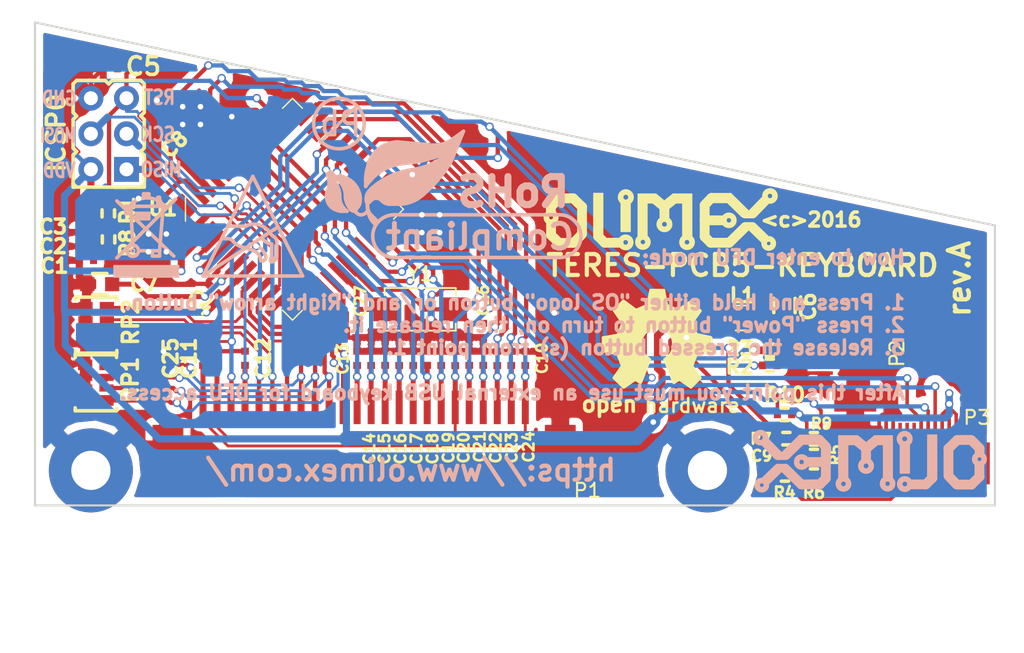
<source format=kicad_pcb>
(kicad_pcb (version 20160815) (host pcbnew 4.1.0-alpha+201608171232+7063~46~ubuntu14.04.1-product)
  (layers (0 F.Cu signal) (31 B.Cu signal) (34 B.Paste user) (35 F.Paste user hide) (36 B.SilkS user) (37 F.SilkS user hide) (38 B.Mask user hide) (39 F.Mask user hide) (44 Edge.Cuts user))
  (net 0 "")
  (net 1 GND)
  (net 2 /AVDD)
  (net 3 /VDD)
  (net 4 /RESET)
  (net 5 "Net-(C7-Pad1)")
  (net 6 "Net-(C8-Pad2)")
  (net 7 /ABUT0)
  (net 8 /KBD_X12)
  (net 9 /KBD_X14)
  (net 10 /KBD_X7)
  (net 11 /KBD_X5)
  (net 12 /KBD_X8)
  (net 13 /KBD_X10)
  (net 14 /KBD_X6)
  (net 15 /KBD_X11)
  (net 16 /KBD_X4)
  (net 17 /KBD_X9)
  (net 18 /KBD_X0)
  (net 19 /KBD_X3)
  (net 20 /KBD_X2)
  (net 21 /KBD_X1)
  (net 22 "Net-(C26-Pad2)")
  (net 23 "Net-(C27-Pad2)")
  (net 24 /KBD_Y3)
  (net 25 /KBD_Y1)
  (net 26 /KBD_Y2)
  (net 27 /KBD_Y7)
  (net 28 /KBD_Y0)
  (net 29 /KBD_Y4)
  (net 30 /KBD_Y5)
  (net 31 /KBD_Y6)
  (net 32 /SDA)
  (net 33 /SCL)
  (net 34 /INT)
  (net 35 /SW_L)
  (net 36 /SW_R)
  (net 37 "Net-(R2-Pad2)")
  (net 38 "Net-(R3-Pad2)")
  (net 39 "Net-(R5-Pad2)")
  (net 40 /USB_VBUS)
  (net 41 /USB_D_P)
  (net 42 /USB_D_N)
  (net 43 "Net-(P3-Pad6)")
  (module FLEXCON-0.5-12 (layer F.Cu) (at 170 99)
    (fp_text reference P3 (at 4.244 -5.274 180) (layer F.SilkS))
    (fp_text value CONN_01X12)
    (pad 1 smd rect (at -2.75 -4.25) (size 0.25 1.3) (layers F.Cu F.Paste F.Mask) (net 1 GND))
    (pad 2 smd rect (at -2.25 -4.25) (size 0.25 1.3) (layers F.Cu F.Paste F.Mask) (net 1 GND))
    (pad 3 smd rect (at -1.75 -4.25) (size 0.25 1.3) (layers F.Cu F.Paste F.Mask) (net 1 GND))
    (pad 4 smd rect (at -1.25 -4.25) (size 0.25 1.3) (layers F.Cu F.Paste F.Mask) (net 36 /SW_R))
    (pad 5 smd rect (at -0.75 -4.25) (size 0.25 1.3) (layers F.Cu F.Paste F.Mask) (net 35 /SW_L))
    (pad 6 smd rect (at -0.25 -4.25) (size 0.25 1.3) (layers F.Cu F.Paste F.Mask) (net 43 "Net-(P3-Pad6)"))
    (pad 0 smd rect (at -4.25 -2) (size 1.8 3) (layers F.Cu F.Paste F.Mask) (net 1 GND))
    (pad 0 smd rect (at 4.25 -2) (size 1.8 3) (layers F.Cu F.Paste F.Mask) (net 1 GND))
    (pad 7 smd rect (at 0.25 -4.25) (size 0.25 1.3) (layers F.Cu F.Paste F.Mask) (net 34 /INT))
    (pad 8 smd rect (at 0.75 -4.25) (size 0.25 1.3) (layers F.Cu F.Paste F.Mask) (net 33 /SCL))
    (pad 9 smd rect (at 1.25 -4.25) (size 0.25 1.3) (layers F.Cu F.Paste F.Mask) (net 32 /SDA))
    (pad 10 smd rect (at 1.75 -4.25) (size 0.25 1.3) (layers F.Cu F.Paste F.Mask) (net 3 /VDD))
    (pad 11 smd rect (at 2.25 -4.25) (size 0.25 1.3) (layers F.Cu F.Paste F.Mask) (net 3 /VDD))
    (pad 12 smd rect (at 2.75 -4.25) (size 0.25 1.3) (layers F.Cu F.Paste F.Mask) (net 3 /VDD))
  )
  (module OLIMEX_Other-FP:via_04_055 (layer F.Cu) (at 115.7224 71.0692)
    (fp_text reference "" hide)
    (fp_text value "")
    (pad 0 thru_hole circle (at 0 0) (size 0.55 0.55) (drill 0.4) (layers *.Cu) (net 1 GND))
  )
  (module OLIMEX_Other-FP:via_04_055 (layer F.Cu) (at 114.4016 78.0796)
    (fp_text reference "" hide)
    (fp_text value "")
    (pad 0 thru_hole circle (at 0 0) (size 0.55 0.55) (drill 0.4) (layers *.Cu) (net 1 GND))
  )
  (module OLIMEX_Other-FP:via_04_055 (layer F.Cu) (at 151.0284 90.8812)
    (fp_text reference "" hide)
    (fp_text value "")
    (pad 0 thru_hole circle (at 0 0) (size 0.55 0.55) (drill 0.4) (layers *.Cu) (net 1 GND))
  )
  (module OLIMEX_Other-FP:via_04_055 (layer F.Cu) (at 144.0688 86.2584)
    (fp_text reference "" hide)
    (fp_text value "")
    (pad 0 thru_hole circle (at 0 0) (size 0.55 0.55) (drill 0.4) (layers *.Cu) (net 1 GND))
  )
  (module OLIMEX_Crystal-FP:Q5x3.25 (layer F.Cu) (at 134.5 86 180)
    (fp_text reference Y1 (at 0 2.54 180) (layer F.SilkS))
    (fp_text value 16.000MHz/SMD5x3.2/12pF hide)
    (pad 1 smd rect (at -2.49 0 180) (size 1.7 1.7) (layers F.Cu F.Paste F.Mask) (net 22 "Net-(C26-Pad2)"))
    (pad 2 smd rect (at 2.49 0 180) (size 1.7 1.7) (layers F.Cu F.Paste F.Mask) (net 23 "Net-(C27-Pad2)"))
  )
  (module OLIMEX_Other-FP:via_04_055 (layer F.Cu) (at 135.2804 86.6648)
    (fp_text reference "" hide)
    (fp_text value "")
    (pad 0 thru_hole circle (at 0 0) (size 0.55 0.55) (drill 0.4) (layers *.Cu) (net 1 GND))
  )
  (module OLIMEX_Other-FP:via_04_055 (layer F.Cu) (at 135.3312 84.9376)
    (fp_text reference "" hide)
    (fp_text value "")
    (pad 0 thru_hole circle (at 0 0) (size 0.55 0.55) (drill 0.4) (layers *.Cu) (net 1 GND))
  )
  (module OLIMEX_Other-FP:via_04_055 (layer F.Cu) (at 116.1796 89.0016)
    (fp_text reference "" hide)
    (fp_text value "")
    (pad 0 thru_hole circle (at 0 0) (size 0.55 0.55) (drill 0.4) (layers *.Cu) (net 1 GND))
  )
  (module OLIMEX_Other-FP:via_04_055 (layer F.Cu) (at 121.0564 72.2376)
    (fp_text reference "" hide)
    (fp_text value "")
    (pad 0 thru_hole circle (at 0 0) (size 0.55 0.55) (drill 0.4) (layers *.Cu) (net 1 GND))
  )
  (module OLIMEX_Other-FP:via_04_055 (layer F.Cu) (at 117.5512 71.5264)
    (fp_text reference "" hide)
    (fp_text value "")
    (pad 0 thru_hole circle (at 0 0) (size 0.55 0.55) (drill 0.4) (layers *.Cu) (net 1 GND))
  )
  (module OLIMEX_Other-FP:via_04_055 (layer F.Cu) (at 118.8212 71.5264)
    (fp_text reference "" hide)
    (fp_text value "")
    (pad 0 thru_hole circle (at 0 0) (size 0.55 0.55) (drill 0.4) (layers *.Cu) (net 1 GND))
  )
  (module OLIMEX_Other-FP:via_04_055 (layer F.Cu) (at 117.5512 72.7964)
    (fp_text reference "" hide)
    (fp_text value "")
    (pad 0 thru_hole circle (at 0 0) (size 0.55 0.55) (drill 0.4) (layers *.Cu) (net 1 GND))
  )
  (module OLIMEX_Other-FP:via_04_055 (layer F.Cu) (at 118.8212 72.7964)
    (fp_text reference "" hide)
    (fp_text value "")
    (pad 0 thru_hole circle (at 0 0) (size 0.55 0.55) (drill 0.4) (layers *.Cu) (net 1 GND))
  )
  (module OLIMEX_Other-FP:via_04_055 (layer F.Cu) (at 115.1128 80.6196)
    (fp_text reference "" hide)
    (fp_text value "")
    (pad 0 thru_hole circle (at 0 0) (size 0.55 0.55) (drill 0.4) (layers *.Cu) (net 1 GND))
  )
  (module OLIMEX_Other-FP:via_04_055 (layer F.Cu) (at 116.3828 80.6196)
    (fp_text reference "" hide)
    (fp_text value "")
    (pad 0 thru_hole circle (at 0 0) (size 0.55 0.55) (drill 0.4) (layers *.Cu) (net 1 GND))
  )
  (module OLIMEX_Other-FP:via_04_055 (layer F.Cu) (at 115.1128 81.8896)
    (fp_text reference "" hide)
    (fp_text value "")
    (pad 0 thru_hole circle (at 0 0) (size 0.55 0.55) (drill 0.4) (layers *.Cu) (net 1 GND))
  )
  (module OLIMEX_Other-FP:via_04_055 (layer F.Cu) (at 116.3828 81.8896)
    (fp_text reference "" hide)
    (fp_text value "")
    (pad 0 thru_hole circle (at 0 0) (size 0.55 0.55) (drill 0.4) (layers *.Cu) (net 1 GND))
  )
  (module OLIMEX_Other-FP:via_04_055 (layer F.Cu) (at 135.89 80.518)
    (fp_text reference "" hide)
    (fp_text value "")
    (pad 0 thru_hole circle (at 0 0) (size 0.55 0.55) (drill 0.4) (layers *.Cu) (net 1 GND))
  )
  (module OLIMEX_Other-FP:via_04_055 (layer F.Cu) (at 134.62 80.518)
    (fp_text reference "" hide)
    (fp_text value "")
    (pad 0 thru_hole circle (at 0 0) (size 0.55 0.55) (drill 0.4) (layers *.Cu) (net 1 GND))
  )
  (module OLIMEX_Other-FP:via_04_055 (layer F.Cu) (at 135.89 79.248)
    (fp_text reference "" hide)
    (fp_text value "")
    (pad 0 thru_hole circle (at 0 0) (size 0.55 0.55) (drill 0.4) (layers *.Cu) (net 1 GND))
  )
  (module OLIMEX_IC-FP:TQFP44 (layer F.Cu) (at 125.386113 78.850483 315)
    (fp_text reference U1 (at -6.570151 6.503707 360) (layer F.SilkS) (effects (font (thickness 0.25))))
    (fp_text value ATMEGA16U4-A)
    (pad 1 smd rect (at -4 5.6 315) (size 0.5 2) (layers F.Cu F.Paste F.Mask) (net 10 /KBD_X7))
    (pad 2 smd rect (at -3.2 5.6 315) (size 0.5 2) (layers F.Cu F.Paste F.Mask) (net 3 /VDD))
    (pad 3 smd rect (at -2.4 5.6 315) (size 0.5 2) (layers F.Cu F.Paste F.Mask) (net 38 "Net-(R3-Pad2)"))
    (pad 4 smd rect (at -1.6 5.6 315) (size 0.5 2) (layers F.Cu F.Paste F.Mask) (net 37 "Net-(R2-Pad2)"))
    (pad 5 smd rect (at -0.8 5.6 315) (size 0.5 2) (layers F.Cu F.Paste F.Mask) (net 1 GND))
    (pad 6 smd rect (at 0 5.6 315) (size 0.5 2) (layers F.Cu F.Paste F.Mask) (net 5 "Net-(C7-Pad1)"))
    (pad 7 smd rect (at 0.8 5.6 315) (size 0.5 2) (layers F.Cu F.Paste F.Mask) (net 3 /VDD))
    (pad 8 smd rect (at 1.6 5.6 315) (size 0.5 2) (layers F.Cu F.Paste F.Mask) (net 24 /KBD_Y3))
    (pad 9 smd rect (at 2.4 5.6 315) (size 0.5 2) (layers F.Cu F.Paste F.Mask) (net 25 /KBD_Y1))
    (pad 10 smd rect (at 3.2 5.6 315) (size 0.5 2) (layers F.Cu F.Paste F.Mask) (net 28 /KBD_Y0))
    (pad 11 smd rect (at 4 5.6 315) (size 0.5 2) (layers F.Cu F.Paste F.Mask) (net 27 /KBD_Y7))
    (pad 12 smd rect (at 5.6 4 45) (size 0.5 2) (layers F.Cu F.Paste F.Mask) (net 26 /KBD_Y2))
    (pad 13 smd rect (at 5.6 3.2 45) (size 0.5 2) (layers F.Cu F.Paste F.Mask) (net 4 /RESET))
    (pad 14 smd rect (at 5.6 2.4 45) (size 0.5 2) (layers F.Cu F.Paste F.Mask) (net 3 /VDD))
    (pad 15 smd rect (at 5.6 1.6 45) (size 0.5 2) (layers F.Cu F.Paste F.Mask) (net 1 GND))
    (pad 16 smd rect (at 5.6 0.8 45) (size 0.5 2) (layers F.Cu F.Paste F.Mask) (net 23 "Net-(C27-Pad2)"))
    (pad 17 smd rect (at 5.6 0 45) (size 0.5 2) (layers F.Cu F.Paste F.Mask) (net 22 "Net-(C26-Pad2)"))
    (pad 18 smd rect (at 5.6 -0.8 45) (size 0.5 2) (layers F.Cu F.Paste F.Mask) (net 33 /SCL))
    (pad 19 smd rect (at 5.6 -1.6 45) (size 0.5 2) (layers F.Cu F.Paste F.Mask) (net 32 /SDA))
    (pad 20 smd rect (at 5.6 -2.4 45) (size 0.5 2) (layers F.Cu F.Paste F.Mask) (net 34 /INT))
    (pad 21 smd rect (at 5.6 -3.2 45) (size 0.5 2) (layers F.Cu F.Paste F.Mask) (net 16 /KBD_X4))
    (pad 22 smd rect (at 5.6 -4 45) (size 0.5 2) (layers F.Cu F.Paste F.Mask) (net 17 /KBD_X9))
    (pad 23 smd rect (at 4 -5.6 315) (size 0.5 2) (layers F.Cu F.Paste F.Mask) (net 1 GND))
    (pad 24 smd rect (at 3.2 -5.6 315) (size 0.5 2) (layers F.Cu F.Paste F.Mask) (net 2 /AVDD))
    (pad 25 smd rect (at 2.4 -5.6 315) (size 0.5 2) (layers F.Cu F.Paste F.Mask) (net 9 /KBD_X14))
    (pad 26 smd rect (at 1.6 -5.6 315) (size 0.5 2) (layers F.Cu F.Paste F.Mask) (net 18 /KBD_X0))
    (pad 27 smd rect (at 0.8 -5.6 315) (size 0.5 2) (layers F.Cu F.Paste F.Mask) (net 19 /KBD_X3))
    (pad 28 smd rect (at 0 -5.6 315) (size 0.5 2) (layers F.Cu F.Paste F.Mask) (net 29 /KBD_Y4))
    (pad 29 smd rect (at -0.8 -5.6 315) (size 0.5 2) (layers F.Cu F.Paste F.Mask) (net 30 /KBD_Y5))
    (pad 30 smd rect (at -1.6 -5.6 315) (size 0.5 2) (layers F.Cu F.Paste F.Mask) (net 31 /KBD_Y6))
    (pad 31 smd rect (at -2.4 -5.6 315) (size 0.5 2) (layers F.Cu F.Paste F.Mask) (net 20 /KBD_X2))
    (pad 32 smd rect (at -3.2 -5.6 315) (size 0.5 2) (layers F.Cu F.Paste F.Mask) (net 21 /KBD_X1))
    (pad 33 smd rect (at -4 -5.6 315) (size 0.5 2) (layers F.Cu F.Paste F.Mask) (net 8 /KBD_X12))
    (pad 34 smd rect (at -5.6 -4 45) (size 0.5 2) (layers F.Cu F.Paste F.Mask) (net 3 /VDD))
    (pad 35 smd rect (at -5.6 -3.2 45) (size 0.5 2) (layers F.Cu F.Paste F.Mask) (net 1 GND))
    (pad 36 smd rect (at -5.6 -2.4 45) (size 0.5 2) (layers F.Cu F.Paste F.Mask) (net 15 /KBD_X11))
    (pad 37 smd rect (at -5.6 -1.6 45) (size 0.5 2) (layers F.Cu F.Paste F.Mask) (net 14 /KBD_X6))
    (pad 38 smd rect (at -5.6 -0.8 45) (size 0.5 2) (layers F.Cu F.Paste F.Mask) (net 13 /KBD_X10))
    (pad 39 smd rect (at -5.6 0 45) (size 0.5 2) (layers F.Cu F.Paste F.Mask) (net 12 /KBD_X8))
    (pad 40 smd rect (at -5.6 0.8 45) (size 0.5 2) (layers F.Cu F.Paste F.Mask) (net 11 /KBD_X5))
    (pad 41 smd rect (at -5.6 1.6 45) (size 0.5 2) (layers F.Cu F.Paste F.Mask) (net 7 /ABUT0))
    (pad 42 smd rect (at -5.6 2.4 45) (size 0.5 2) (layers F.Cu F.Paste F.Mask) (net 6 "Net-(C8-Pad2)"))
    (pad 43 smd rect (at -5.6 3.2 45) (size 0.5 2) (layers F.Cu F.Paste F.Mask) (net 1 GND))
    (pad 44 smd rect (at -5.6 4 45) (size 0.5 2) (layers F.Cu F.Paste F.Mask) (net 2 /AVDD))
  )
  (module OLIMEX_Other-FP:Mounting_hole_2.5mm (layer F.Cu) (at 155 97.5)
    (fp_text reference MountingHole hide)
    (fp_text value Mounting_hole_2.5mm hide)
    (pad "" thru_hole circle (at 0 0) (size 6 6) (drill 2.8) (layers *.Cu *.Mask) (net 1 GND) (clearance 1.55))
  )
  (module OLIMEX_Other-FP:Mounting_hole_2.5mm (layer F.Cu) (at 111 97.5)
    (fp_text reference MountingHole hide)
    (fp_text value Mounting_hole_2.5mm hide)
    (pad "" thru_hole circle (at 0 0) (size 6 6) (drill 2.8) (layers *.Cu *.Mask) (net 1 GND) (clearance 1.55))
  )
  (module OLIMEX_RLC-FP:C0402 (layer F.Cu) (at 110.6805 82.4865)
    (fp_text reference C1 (at -2.2805 0.4135) (layer F.SilkS) (effects (font (thickness 0.25))))
    (fp_text value 220nF)
    (pad 2 smd rect (at -0.508 0 180) (size 0.5 0.55) (layers F.Cu F.Paste F.Mask) (net 1 GND))
    (pad 1 smd rect (at 0.508 0) (size 0.5 0.55) (layers F.Cu F.Paste F.Mask) (net 2 /AVDD))
  )
  (module OLIMEX_RLC-FP:C0402 (layer F.Cu) (at 110.6805 81.496)
    (fp_text reference C2 (at -2.3805 0.004) (layer F.SilkS) (effects (font (thickness 0.25))))
    (fp_text value 220nF)
    (pad 2 smd rect (at -0.508 0 180) (size 0.5 0.55) (layers F.Cu F.Paste F.Mask) (net 1 GND))
    (pad 1 smd rect (at 0.508 0) (size 0.5 0.55) (layers F.Cu F.Paste F.Mask) (net 2 /AVDD))
  )
  (module OLIMEX_RLC-FP:C0402 (layer F.Cu) (at 110.6805 80.518)
    (fp_text reference C3 (at -2.3805 -0.418) (layer F.SilkS) (effects (font (thickness 0.25))))
    (fp_text value 100nF)
    (pad 2 smd rect (at -0.508 0 180) (size 0.5 0.55) (layers F.Cu F.Paste F.Mask) (net 1 GND))
    (pad 1 smd rect (at 0.508 0) (size 0.5 0.55) (layers F.Cu F.Paste F.Mask) (net 3 /VDD))
  )
  (module OLIMEX_RLC-FP:C0402 (layer F.Cu) (at 119.73921 84.53621 315)
    (fp_text reference C4 (at 0.017381 1.345624 315) (layer F.SilkS) (effects (font (thickness 0.25))))
    (fp_text value 100nF)
    (pad 2 smd rect (at -0.508 0 135) (size 0.5 0.55) (layers F.Cu F.Paste F.Mask) (net 1 GND))
    (pad 1 smd rect (at 0.508 0 315) (size 0.5 0.55) (layers F.Cu F.Paste F.Mask) (net 3 /VDD))
  )
  (module OLIMEX_RLC-FP:C0402 (layer F.Cu) (at 112.386 68.796 180)
    (fp_text reference C5 (at -2.3585 0.1525 180) (layer F.SilkS) (effects (font (size 1.27 1.27) (thickness 0.254))))
    (fp_text value 100nF)
    (pad 2 smd rect (at -0.508 0) (size 0.5 0.55) (layers F.Cu F.Paste F.Mask) (net 4 /RESET))
    (pad 1 smd rect (at 0.508 0 180) (size 0.5 0.55) (layers F.Cu F.Paste F.Mask) (net 1 GND))
  )
  (module OLIMEX_RLC-FP:C_0603_5MIL_DWS (layer F.Cu) (at 160.495 85.725 270)
    (fp_text reference C6 (at 0.075 -1.705 270) (layer F.SilkS) (effects (font (thickness 0.25))))
    (fp_text value 1uF)
    (pad 1 smd rect (at -0.889 0 270) (size 1.016 1.016) (layers F.Cu F.Paste F.Mask) (net 1 GND) (clearance 0.0508))
    (pad 2 smd rect (at 0.889 0 270) (size 1.016 1.016) (layers F.Cu F.Paste F.Mask) (net 40 /USB_VBUS) (clearance 0.0508))
  )
  (module OLIMEX_RLC-FP:C_0603_5MIL_DWS (layer F.Cu) (at 111.633 84.201 180)
    (fp_text reference C7 (at -3.167 0.001 180) (layer F.SilkS) (effects (font (thickness 0.25))))
    (fp_text value 1uF)
    (pad 1 smd rect (at -0.889 0 180) (size 1.016 1.016) (layers F.Cu F.Paste F.Mask) (net 5 "Net-(C7-Pad1)") (clearance 0.0508))
    (pad 2 smd rect (at 0.889 0 180) (size 1.016 1.016) (layers F.Cu F.Paste F.Mask) (net 1 GND) (clearance 0.0508))
  )
  (module OLIMEX_RLC-FP:C0402 (layer F.Cu) (at 117.856 75.0965 225)
    (fp_text reference C8 (at 0.016971 1.240265 225) (layer F.SilkS) (effects (font (thickness 0.25))))
    (fp_text value 100nF)
    (pad 2 smd rect (at -0.508 0 45) (size 0.5 0.55) (layers F.Cu F.Paste F.Mask) (net 6 "Net-(C8-Pad2)"))
    (pad 1 smd rect (at 0.508 0 225) (size 0.5 0.55) (layers F.Cu F.Paste F.Mask) (net 1 GND))
  )
  (module OLIMEX_RLC-FP:C0402 (layer F.Cu) (at 160.6312 96.4532 180)
    (fp_text reference C9 (at 1.7542 -0.0033 180) (layer F.SilkS) (effects (font (size 0.762 0.762) (thickness 0.1905))))
    (fp_text value 100nF)
    (pad 2 smd rect (at -0.508 0) (size 0.5 0.55) (layers F.Cu F.Paste F.Mask) (net 7 /ABUT0))
    (pad 1 smd rect (at 0.508 0 180) (size 0.5 0.55) (layers F.Cu F.Paste F.Mask) (net 1 GND))
  )
  (module OLIMEX_RLC-FP:C0402 (layer F.Cu) (at 142 89.5 90)
    (fp_text reference C10 (at 0 1.1925 90) (layer F.SilkS) (effects (font (size 0.762 0.762) (thickness 0.1905))))
    (fp_text value 1nF)
    (pad 2 smd rect (at -0.508 0 270) (size 0.5 0.55) (layers F.Cu F.Paste F.Mask) (net 8 /KBD_X12))
    (pad 1 smd rect (at 0.508 0 90) (size 0.5 0.55) (layers F.Cu F.Paste F.Mask) (net 1 GND))
  )
  (module OLIMEX_RLC-FP:C0402 (layer F.Cu) (at 120 89.5 90)
    (fp_text reference C11 (at 0 -2 90) (layer F.SilkS) (effects (font (thickness 0.25))))
    (fp_text value 1nF)
    (pad 2 smd rect (at -0.508 0 270) (size 0.5 0.55) (layers F.Cu F.Paste F.Mask) (net 9 /KBD_X14))
    (pad 1 smd rect (at 0.508 0 90) (size 0.5 0.55) (layers F.Cu F.Paste F.Mask) (net 1 GND))
  )
  (module OLIMEX_RLC-FP:C0402 (layer F.Cu) (at 122 89.492 90)
    (fp_text reference C12 (at -0.008 1.3 90) (layer F.SilkS) (effects (font (thickness 0.25))))
    (fp_text value 1nF)
    (pad 2 smd rect (at -0.508 0 270) (size 0.5 0.55) (layers F.Cu F.Paste F.Mask) (net 10 /KBD_X7))
    (pad 1 smd rect (at 0.508 0 90) (size 0.5 0.55) (layers F.Cu F.Paste F.Mask) (net 1 GND))
  )
  (module OLIMEX_RLC-FP:C0402 (layer F.Cu) (at 130 89.5 90)
    (fp_text reference C13 (at -0.035 -1.0315 90) (layer F.SilkS) (effects (font (size 0.762 0.762) (thickness 0.1905))))
    (fp_text value 1nF)
    (pad 2 smd rect (at -0.508 0 270) (size 0.5 0.55) (layers F.Cu F.Paste F.Mask) (net 11 /KBD_X5))
    (pad 1 smd rect (at 0.508 0 90) (size 0.5 0.55) (layers F.Cu F.Paste F.Mask) (net 1 GND))
  )
  (module OLIMEX_RLC-FP:C0402 (layer F.Cu) (at 131 89.5 90)
    (fp_text reference C14 (at -6.4485 -0.1265 90) (layer F.SilkS) (effects (font (size 0.762 0.762) (thickness 0.1905))))
    (fp_text value 1nF)
    (pad 2 smd rect (at -0.508 0 270) (size 0.5 0.55) (layers F.Cu F.Paste F.Mask) (net 12 /KBD_X8))
    (pad 1 smd rect (at 0.508 0 90) (size 0.5 0.55) (layers F.Cu F.Paste F.Mask) (net 1 GND))
  )
  (module OLIMEX_RLC-FP:C0402 (layer F.Cu) (at 132 89.492 90)
    (fp_text reference C15 (at -6.4565 -0.047 90) (layer F.SilkS) (effects (font (size 0.762 0.762) (thickness 0.1905))))
    (fp_text value 1nF)
    (pad 2 smd rect (at -0.508 0 270) (size 0.5 0.55) (layers F.Cu F.Paste F.Mask) (net 13 /KBD_X10))
    (pad 1 smd rect (at 0.508 0 90) (size 0.5 0.55) (layers F.Cu F.Paste F.Mask) (net 1 GND))
  )
  (module OLIMEX_RLC-FP:C0402 (layer F.Cu) (at 133 89.5 90)
    (fp_text reference C16 (at -6.4485 0.096 90) (layer F.SilkS) (effects (font (size 0.762 0.762) (thickness 0.1905))))
    (fp_text value 1nF)
    (pad 2 smd rect (at -0.508 0 270) (size 0.5 0.55) (layers F.Cu F.Paste F.Mask) (net 14 /KBD_X6))
    (pad 1 smd rect (at 0.508 0 90) (size 0.5 0.55) (layers F.Cu F.Paste F.Mask) (net 1 GND))
  )
  (module OLIMEX_RLC-FP:C0402 (layer F.Cu) (at 134 89.5 90)
    (fp_text reference C17 (at -6.4485 0.239 90) (layer F.SilkS) (effects (font (size 0.762 0.762) (thickness 0.1905))))
    (fp_text value 1nF)
    (pad 2 smd rect (at -0.508 0 270) (size 0.5 0.55) (layers F.Cu F.Paste F.Mask) (net 15 /KBD_X11))
    (pad 1 smd rect (at 0.508 0 90) (size 0.5 0.55) (layers F.Cu F.Paste F.Mask) (net 1 GND))
  )
  (module OLIMEX_RLC-FP:C0402 (layer F.Cu) (at 135 89.492 90)
    (fp_text reference C18 (at -6.4565 0.382 90) (layer F.SilkS) (effects (font (size 0.762 0.762) (thickness 0.1905))))
    (fp_text value 1nF)
    (pad 2 smd rect (at -0.508 0 270) (size 0.5 0.55) (layers F.Cu F.Paste F.Mask) (net 16 /KBD_X4))
    (pad 1 smd rect (at 0.508 0 90) (size 0.5 0.55) (layers F.Cu F.Paste F.Mask) (net 1 GND))
  )
  (module OLIMEX_RLC-FP:C0402 (layer F.Cu) (at 136 89.5 90)
    (fp_text reference C19 (at -6.385 0.525 90) (layer F.SilkS) (effects (font (size 0.762 0.762) (thickness 0.1905))))
    (fp_text value 1nF)
    (pad 2 smd rect (at -0.508 0 270) (size 0.5 0.55) (layers F.Cu F.Paste F.Mask) (net 17 /KBD_X9))
    (pad 1 smd rect (at 0.508 0 90) (size 0.5 0.55) (layers F.Cu F.Paste F.Mask) (net 1 GND))
  )
  (module OLIMEX_RLC-FP:C0402 (layer F.Cu) (at 137 89.508 90)
    (fp_text reference C20 (at -6.377 0.6045 90) (layer F.SilkS) (effects (font (size 0.762 0.762) (thickness 0.1905))))
    (fp_text value 1nF)
    (pad 2 smd rect (at -0.508 0 270) (size 0.5 0.55) (layers F.Cu F.Paste F.Mask) (net 9 /KBD_X14))
    (pad 1 smd rect (at 0.508 0 90) (size 0.5 0.55) (layers F.Cu F.Paste F.Mask) (net 1 GND))
  )
  (module OLIMEX_RLC-FP:C0402 (layer F.Cu) (at 138 89.492 90)
    (fp_text reference C21 (at -6.3295 0.7475 90) (layer F.SilkS) (effects (font (size 0.762 0.762) (thickness 0.1905))))
    (fp_text value 1nF)
    (pad 2 smd rect (at -0.508 0 270) (size 0.5 0.55) (layers F.Cu F.Paste F.Mask) (net 18 /KBD_X0))
    (pad 1 smd rect (at 0.508 0 90) (size 0.5 0.55) (layers F.Cu F.Paste F.Mask) (net 1 GND))
  )
  (module OLIMEX_RLC-FP:C0402 (layer F.Cu) (at 139 89.492 90)
    (fp_text reference C22 (at -6.393 0.8905 90) (layer F.SilkS) (effects (font (size 0.762 0.762) (thickness 0.1905))))
    (fp_text value 1nF)
    (pad 2 smd rect (at -0.508 0 270) (size 0.5 0.55) (layers F.Cu F.Paste F.Mask) (net 19 /KBD_X3))
    (pad 1 smd rect (at 0.508 0 90) (size 0.5 0.55) (layers F.Cu F.Paste F.Mask) (net 1 GND))
  )
  (module OLIMEX_RLC-FP:C0402 (layer F.Cu) (at 140 89.508 90)
    (fp_text reference C23 (at -6.377 1.0335 90) (layer F.SilkS) (effects (font (size 0.762 0.762) (thickness 0.1905))))
    (fp_text value 1nF)
    (pad 2 smd rect (at -0.508 0 270) (size 0.5 0.55) (layers F.Cu F.Paste F.Mask) (net 20 /KBD_X2))
    (pad 1 smd rect (at 0.508 0 90) (size 0.5 0.55) (layers F.Cu F.Paste F.Mask) (net 1 GND))
  )
  (module OLIMEX_RLC-FP:C0402 (layer F.Cu) (at 141 89.5 90)
    (fp_text reference C24 (at -6.3215 1.24 90) (layer F.SilkS) (effects (font (size 0.762 0.762) (thickness 0.1905))))
    (fp_text value 1nF)
    (pad 2 smd rect (at -0.508 0 270) (size 0.5 0.55) (layers F.Cu F.Paste F.Mask) (net 21 /KBD_X1))
    (pad 1 smd rect (at 0.508 0 90) (size 0.5 0.55) (layers F.Cu F.Paste F.Mask) (net 1 GND))
  )
  (module OLIMEX_RLC-FP:C0402 (layer F.Cu) (at 119 89.5 90)
    (fp_text reference C25 (at 0 -2.3 90) (layer F.SilkS) (effects (font (thickness 0.25))))
    (fp_text value 1nF)
    (pad 2 smd rect (at -0.508 0 270) (size 0.5 0.55) (layers F.Cu F.Paste F.Mask) (net 8 /KBD_X12))
    (pad 1 smd rect (at 0.508 0 90) (size 0.5 0.55) (layers F.Cu F.Paste F.Mask) (net 1 GND))
  )
  (module OLIMEX_RLC-FP:C0402 (layer F.Cu) (at 139 87.508 270)
    (fp_text reference C26 (at -2.164 -0.0015 270) (layer F.SilkS) (effects (font (size 0.762 0.762) (thickness 0.1905))))
    (fp_text value 22pF)
    (pad 2 smd rect (at -0.508 0 90) (size 0.5 0.55) (layers F.Cu F.Paste F.Mask) (net 22 "Net-(C26-Pad2)"))
    (pad 1 smd rect (at 0.508 0 270) (size 0.5 0.55) (layers F.Cu F.Paste F.Mask) (net 1 GND))
  )
  (module OLIMEX_RLC-FP:C0402 (layer F.Cu) (at 130 87.508 270)
    (fp_text reference C27 (at -2.1005 -0.2385 270) (layer F.SilkS) (effects (font (size 0.762 0.762) (thickness 0.1905))))
    (fp_text value 22pF)
    (pad 2 smd rect (at -0.508 0 90) (size 0.5 0.55) (layers F.Cu F.Paste F.Mask) (net 23 "Net-(C27-Pad2)"))
    (pad 1 smd rect (at 0.508 0 270) (size 0.5 0.55) (layers F.Cu F.Paste F.Mask) (net 1 GND))
  )
  (module OLIMEX_Connectors-FP:HN2x3 (layer F.Cu) (at 112.27 73.46 90)
    (fp_text reference ICSP0 (at 0.054 -3.7485 90) (layer F.SilkS) (effects (font (size 1.27 1.27) (thickness 0.254))))
    (fp_text value "d.n.p.(HR2x3)")
    (pad 1 thru_hole rect (at -2.54 1.27 90) (size 1.778 1.778) (drill 1) (layers *.Cu *.Mask) (net 27 /KBD_Y7))
    (pad 3 thru_hole circle (at 0 1.27 90) (size 1.778 1.778) (drill 1) (layers *.Cu *.Mask) (net 25 /KBD_Y1))
    (pad 5 thru_hole circle (at 2.54 1.27 90) (size 1.778 1.778) (drill 1) (layers *.Cu *.Mask) (net 4 /RESET))
    (pad 4 thru_hole circle (at 0 -1.27 90) (size 1.778 1.778) (drill 1) (layers *.Cu *.Mask) (net 28 /KBD_Y0))
    (pad 2 thru_hole oval (at -2.54 -1.27 90) (size 1.778 1.778) (drill 1) (layers *.Cu *.Mask) (net 3 /VDD))
    (pad 6 thru_hole circle (at 2.54 -1.27 90) (size 1.778 1.778) (drill 1) (layers *.Cu *.Mask) (net 1 GND))
  )
  (module OLIMEX_RLC-FP:L_0805_5MIL_DWS (layer F.Cu) (at 157.447 86.614)
    (fp_text reference L1 (at 0.053 -1.614) (layer F.SilkS) (effects (font (thickness 0.25))))
    (fp_text value FB0805)
    (pad 2 smd rect (at 1.016 0) (size 1.524 1.27) (layers F.Cu F.Paste F.Mask) (net 40 /USB_VBUS) (clearance 0.0508))
    (pad 1 smd rect (at -1.016 0) (size 1.524 1.27) (layers F.Cu F.Paste F.Mask) (net 3 /VDD) (clearance 0.0508))
  )
  (module OLIMEX_RLC-FP:R_0402_5MIL_DWS (layer F.Cu) (at 112.2425 79.1464 270)
    (fp_text reference R1 (at -0.2159 -1.3575 270) (layer F.SilkS) (effects (font (thickness 0.25))))
    (fp_text value 10K)
    (pad 1 smd rect (at -0.508 0 90) (size 0.5 0.55) (layers F.Cu F.Paste F.Mask) (net 3 /VDD))
    (pad 2 smd rect (at 0.508 0 270) (size 0.5 0.55) (layers F.Cu F.Paste F.Mask) (net 4 /RESET))
  )
  (module OLIMEX_RLC-FP:R_0402_5MIL_DWS (layer F.Cu) (at 159.449 90 180)
    (fp_text reference R2 (at 2.149 -0.1 180) (layer F.SilkS) (effects (font (thickness 0.25))))
    (fp_text value 22R)
    (pad 1 smd rect (at -0.508 0) (size 0.5 0.55) (layers F.Cu F.Paste F.Mask) (net 41 /USB_D_P))
    (pad 2 smd rect (at 0.508 0 180) (size 0.5 0.55) (layers F.Cu F.Paste F.Mask) (net 37 "Net-(R2-Pad2)"))
  )
  (module OLIMEX_RLC-FP:R_0402_5MIL_DWS (layer F.Cu) (at 159.449 88.9249 180)
    (fp_text reference R3 (at 2.149 0.1249 180) (layer F.SilkS) (effects (font (thickness 0.25))))
    (fp_text value 22R)
    (pad 1 smd rect (at -0.508 0) (size 0.5 0.55) (layers F.Cu F.Paste F.Mask) (net 42 /USB_D_N))
    (pad 2 smd rect (at 0.508 0 180) (size 0.5 0.55) (layers F.Cu F.Paste F.Mask) (net 38 "Net-(R3-Pad2)"))
  )
  (module OLIMEX_RLC-FP:R_0402_5MIL_DWS (layer F.Cu) (at 160.5296 97.8248 180)
    (fp_text reference R4 (at 0.0296 -1.2752 180) (layer F.SilkS) (effects (font (size 0.8 0.8) (thickness 0.2))))
    (fp_text value 10K)
    (pad 1 smd rect (at -0.508 0) (size 0.5 0.55) (layers F.Cu F.Paste F.Mask) (net 7 /ABUT0))
    (pad 2 smd rect (at 0.508 0 180) (size 0.5 0.55) (layers F.Cu F.Paste F.Mask) (net 35 /SW_L))
  )
  (module OLIMEX_RLC-FP:R_0402_5MIL_DWS (layer F.Cu) (at 162.603 96.4405)
    (fp_text reference R5 (at 1.5445 -0.0475 90) (layer F.SilkS) (effects (font (size 0.762 0.762) (thickness 0.1905))))
    (fp_text value 10K)
    (pad 1 smd rect (at -0.508 0 180) (size 0.5 0.55) (layers F.Cu F.Paste F.Mask) (net 7 /ABUT0))
    (pad 2 smd rect (at 0.508 0) (size 0.5 0.55) (layers F.Cu F.Paste F.Mask) (net 39 "Net-(R5-Pad2)"))
  )
  (module OLIMEX_RLC-FP:R_0402_5MIL_DWS (layer F.Cu) (at 162.603 97.8375 180)
    (fp_text reference R6 (at 0.003 -1.2625 180) (layer F.SilkS) (effects (font (size 0.8 0.8) (thickness 0.2))))
    (fp_text value 10K)
    (pad 1 smd rect (at -0.508 0) (size 0.5 0.55) (layers F.Cu F.Paste F.Mask) (net 39 "Net-(R5-Pad2)"))
    (pad 2 smd rect (at 0.508 0 180) (size 0.5 0.55) (layers F.Cu F.Paste F.Mask) (net 36 /SW_R))
  )
  (module OLIMEX_RLC-FP:R_0402_5MIL_DWS (layer F.Cu) (at 160.6312 95.234 180)
    (fp_text reference R7 (at 1.8177 -0.016 180) (layer F.SilkS) (effects (font (size 0.762 0.762) (thickness 0.1905))))
    (fp_text value 10K)
    (pad 1 smd rect (at -0.508 0) (size 0.5 0.55) (layers F.Cu F.Paste F.Mask) (net 7 /ABUT0))
    (pad 2 smd rect (at 0.508 0 180) (size 0.5 0.55) (layers F.Cu F.Paste F.Mask) (net 2 /AVDD))
  )
  (module OLIMEX_RLC-FP:R_0402_5MIL_DWS (layer F.Cu) (at 112.262 81.004 270)
    (fp_text reference R8 (at 0.276 -1.3395 270) (layer F.SilkS) (effects (font (thickness 0.25))))
    (fp_text value 22R)
    (pad 1 smd rect (at -0.508 0 90) (size 0.5 0.55) (layers F.Cu F.Paste F.Mask) (net 3 /VDD))
    (pad 2 smd rect (at 0.508 0 270) (size 0.5 0.55) (layers F.Cu F.Paste F.Mask) (net 2 /AVDD))
  )
  (module OLIMEX_RLC-FP:R_0402_5MIL_DWS (layer F.Cu) (at 162.5964 95.2467 180)
    (fp_text reference R9 (at -0.5351 1.0762 180) (layer F.SilkS) (effects (font (size 0.762 0.762) (thickness 0.1905))))
    (fp_text value 10K)
    (pad 1 smd rect (at -0.508 0) (size 0.5 0.55) (layers F.Cu F.Paste F.Mask) (net 33 /SCL))
    (pad 2 smd rect (at 0.508 0 180) (size 0.5 0.55) (layers F.Cu F.Paste F.Mask) (net 3 /VDD))
  )
  (module OLIMEX_RLC-FP:R_0402_5MIL_DWS (layer F.Cu) (at 160.5 93.5)
    (fp_text reference R10 (at 0 -1.397) (layer F.SilkS) (effects (font (thickness 0.25))))
    (fp_text value 10K)
    (pad 1 smd rect (at -0.508 0 180) (size 0.5 0.55) (layers F.Cu F.Paste F.Mask) (net 32 /SDA))
    (pad 2 smd rect (at 0.508 0) (size 0.5 0.55) (layers F.Cu F.Paste F.Mask) (net 3 /VDD))
  )
  (module OLIMEX_RLC-FP:R_MATRIX_4_KICAD (layer F.Cu) (at 111.3536 91.2368 270)
    (fp_text reference RP1 (at -0.2032 -2.4638 270) (layer F.SilkS) (effects (font (size 1.1 1.1) (thickness 0.254))))
    (fp_text value 4x1.5K_RA1206)
    (pad 8 smd rect (at -1.27 -0.762 270) (size 0.762 1.016) (layers F.Cu F.Paste F.Mask) (net 25 /KBD_Y1) (clearance 0.0508))
    (pad 1 smd rect (at -1.27 0.762 270) (size 0.762 1.016) (layers F.Cu F.Paste F.Mask) (net 1 GND) (clearance 0.0508))
    (pad 5 smd rect (at 1.27 -0.762 270) (size 0.762 1.016) (layers F.Cu F.Paste F.Mask) (net 26 /KBD_Y2) (clearance 0.0508))
    (pad 4 smd rect (at 1.27 0.762 270) (size 0.762 1.016) (layers F.Cu F.Paste F.Mask) (net 1 GND) (clearance 0.0508))
    (pad 7 smd rect (at -0.381 -0.762 270) (size 0.508 1.016) (layers F.Cu F.Paste F.Mask) (net 28 /KBD_Y0) (clearance 0.0508))
    (pad 6 smd rect (at 0.381 -0.762 270) (size 0.508 1.016) (layers F.Cu F.Paste F.Mask) (net 27 /KBD_Y7) (clearance 0.0508))
    (pad 2 smd rect (at -0.381 0.762 270) (size 0.508 1.016) (layers F.Cu F.Paste F.Mask) (net 1 GND) (clearance 0.0508))
    (pad 3 smd rect (at 0.381 0.762 270) (size 0.508 1.016) (layers F.Cu F.Paste F.Mask) (net 1 GND) (clearance 0.0508))
  )
  (module OLIMEX_RLC-FP:R_MATRIX_4_KICAD (layer F.Cu) (at 111.379 87.122 270)
    (fp_text reference RP2 (at -0.2032 -2.4638 270) (layer F.SilkS) (effects (font (size 1.1 1.1) (thickness 0.254))))
    (fp_text value 4x1.5K_RA1206)
    (pad 8 smd rect (at -1.27 -0.762 270) (size 0.762 1.016) (layers F.Cu F.Paste F.Mask) (net 24 /KBD_Y3) (clearance 0.0508))
    (pad 1 smd rect (at -1.27 0.762 270) (size 0.762 1.016) (layers F.Cu F.Paste F.Mask) (net 1 GND) (clearance 0.0508))
    (pad 5 smd rect (at 1.27 -0.762 270) (size 0.762 1.016) (layers F.Cu F.Paste F.Mask) (net 31 /KBD_Y6) (clearance 0.0508))
    (pad 4 smd rect (at 1.27 0.762 270) (size 0.762 1.016) (layers F.Cu F.Paste F.Mask) (net 1 GND) (clearance 0.0508))
    (pad 7 smd rect (at -0.381 -0.762 270) (size 0.508 1.016) (layers F.Cu F.Paste F.Mask) (net 29 /KBD_Y4) (clearance 0.0508))
    (pad 6 smd rect (at 0.381 -0.762 270) (size 0.508 1.016) (layers F.Cu F.Paste F.Mask) (net 30 /KBD_Y5) (clearance 0.0508))
    (pad 2 smd rect (at -0.381 0.762 270) (size 0.508 1.016) (layers F.Cu F.Paste F.Mask) (net 1 GND) (clearance 0.0508))
    (pad 3 smd rect (at 0.381 0.762 270) (size 0.508 1.016) (layers F.Cu F.Paste F.Mask) (net 1 GND) (clearance 0.0508))
  )
  (module OLIMEX_Other-FP:Fiducial1x3_transp (layer F.Cu) (at 109 68)
    (fp_text reference "" (at 0 3) (layer F.SilkS))
    (fp_text value "")
    (pad Fid1 connect circle (at 0 0) (size 1 1) (layers F.Cu F.Mask) (clearance 1.016))
  )
  (module OLIMEX_Other-FP:Fiducial1x3_transp (layer F.Cu) (at 172.593 88.773)
    (fp_text reference "" (at 0 3) (layer F.SilkS))
    (fp_text value "")
    (pad Fid1 connect circle (at 0 0) (size 1 1) (layers F.Cu F.Mask) (clearance 1.016))
  )
  (module OLIMEX_Other-FP:Fiducial1x3_transp (layer F.Cu) (at 121 98)
    (fp_text reference "" (at 0 3) (layer F.SilkS))
    (fp_text value "")
    (pad Fid1 connect circle (at 0 0) (size 1 1) (layers F.Cu F.Mask) (clearance 1.016))
  )
  (module OLIMEX_Other-FP:via_04_055 (layer F.Cu) (at 134.62 79.248)
    (fp_text reference "" hide)
    (fp_text value "")
    (pad 0 thru_hole circle (at 0 0) (size 0.55 0.55) (drill 0.4) (layers *.Cu) (net 1 GND))
  )
  (module OLIMEX_LOGOs-FP:OLIMEX_LOGO_TB (layer F.Cu) (at 151.8285 79.5655)
    (fp_text reference "" hide)
    (fp_text value "" hide)
  )
  (module OLIMEX_LOGOs-FP:LOGO_OPENHARDWARE_8x8 (layer F.Cu) (at 151.4 88.6)
    (fp_text reference "" hide)
    (fp_text value "" hide)
    (fp_text user hardware (at 2.51206 4.2672) (layer F.SilkS) (effects (font (thickness 0.18))))
    (fp_text user open (at -3.40106 4.17576) (layer F.SilkS) (effects (font (size 1.1 1.1) (thickness 0.254))))
  )
  (module OLIMEX_LOGOs-FP:LOGO_ANTISTATIC_1 (layer B.Cu) (at 126.111 83.6168 180)
    (fp_text reference Ref** hide)
    (fp_text value Val** hide)
  )
  (module OLIMEX_LOGOs-FP:LOGO_PBFREE (layer B.Cu) (at 128.905 72.4154)
    (fp_text reference "" (at -0.2794 3.52552) (layer B.SilkS) (effects (justify mirror)))
    (fp_text value "")
    (fp_text user Pb (at -0.08636 0.33528) (layer B.SilkS) (effects (font (size 1.7 1.5) (thickness 0.254)) (justify mirror)))
  )
  (module OLIMEX_LOGOs-FP:LOGO_ROHS_1 (layer B.Cu) (at 144.9578 81.661 180)
    (fp_text reference Ref** hide)
    (fp_text value Val** hide)
    (fp_text user RoHS (at 3.81508 4.04368 180) (layer B.SilkS) (effects (font (size 2 2) (thickness 0.5)) (justify mirror)))
    (fp_text user Compliant (at 6.20014 0.8382 180) (layer B.SilkS) (effects (font (size 1.778 1.778) (thickness 0.35)) (justify mirror)))
  )
  (module OLIMEX_LOGOs-FP:LOGO_RECYCLEBIN_1 (layer B.Cu) (at 117.2972 83.7184 180)
    (fp_text reference "" hide)
    (fp_text value "" hide)
  )
  (module OLIMEX_LOGOs-FP:OLIMEX_LOGO_TB (layer B.Cu) (at 166.4208 96.8248 180)
    (fp_text reference "" hide)
    (fp_text value "" hide)
  )
  (module OLIMEX_Connectors-FP:FLEX-CONN-KBD-TERES-24x1 (layer F.Cu) (at 130.5 94.5 180)
    (fp_text reference P1 (at -15.931 -4.433 180) (layer F.SilkS))
    (fp_text value CONN_01X24)
    (pad 1 smd rect (at -11.5 1.5 180) (size 0.5 2.4) (layers F.Cu F.Paste F.Mask) (net 8 /KBD_X12))
    (pad 2 smd rect (at -10.5 1.5 180) (size 0.5 2.4) (layers F.Cu F.Paste F.Mask) (net 21 /KBD_X1))
    (pad 3 smd rect (at -9.5 1.5 180) (size 0.5 2.4) (layers F.Cu F.Paste F.Mask) (net 20 /KBD_X2))
    (pad 4 smd rect (at -8.5 1.5 180) (size 0.5 2.4) (layers F.Cu F.Paste F.Mask) (net 19 /KBD_X3))
    (pad 5 smd rect (at -7.5 1.5 180) (size 0.5 2.4) (layers F.Cu F.Paste F.Mask) (net 18 /KBD_X0))
    (pad 6 smd rect (at -6.5 1.5 180) (size 0.5 2.4) (layers F.Cu F.Paste F.Mask) (net 9 /KBD_X14))
    (pad 7 smd rect (at -5.5 1.5 180) (size 0.5 2.4) (layers F.Cu F.Paste F.Mask) (net 17 /KBD_X9))
    (pad 8 smd rect (at -4.5 1.5 180) (size 0.5 2.4) (layers F.Cu F.Paste F.Mask) (net 16 /KBD_X4))
    (pad 9 smd rect (at -3.5 1.5 180) (size 0.5 2.4) (layers F.Cu F.Paste F.Mask) (net 15 /KBD_X11))
    (pad 10 smd rect (at -2.5 1.5 180) (size 0.5 2.4) (layers F.Cu F.Paste F.Mask) (net 14 /KBD_X6))
    (pad 11 smd rect (at -1.5 1.5 180) (size 0.5 2.4) (layers F.Cu F.Paste F.Mask) (net 13 /KBD_X10))
    (pad 12 smd rect (at -0.5 1.5 180) (size 0.5 2.4) (layers F.Cu F.Paste F.Mask) (net 12 /KBD_X8))
    (pad 13 smd rect (at 0.5 1.5 180) (size 0.5 2.4) (layers F.Cu F.Paste F.Mask) (net 11 /KBD_X5))
    (pad 14 smd rect (at 1.5 1.5 180) (size 0.5 2.4) (layers F.Cu F.Paste F.Mask) (net 26 /KBD_Y2))
    (pad 15 smd rect (at 2.5 1.5 180) (size 0.5 2.4) (layers F.Cu F.Paste F.Mask) (net 27 /KBD_Y7))
    (pad 16 smd rect (at 3.5 1.5 180) (size 0.5 2.4) (layers F.Cu F.Paste F.Mask) (net 28 /KBD_Y0))
    (pad 17 smd rect (at 4.5 1.5 180) (size 0.5 2.4) (layers F.Cu F.Paste F.Mask) (net 25 /KBD_Y1))
    (pad 18 smd rect (at 5.5 1.5 180) (size 0.5 2.4) (layers F.Cu F.Paste F.Mask) (net 24 /KBD_Y3))
    (pad 19 smd rect (at 6.5 1.5 180) (size 0.5 2.4) (layers F.Cu F.Paste F.Mask) (net 29 /KBD_Y4))
    (pad 20 smd rect (at 7.5 1.5 180) (size 0.5 2.4) (layers F.Cu F.Paste F.Mask) (net 30 /KBD_Y5))
    (pad 21 smd rect (at 8.5 1.5 180) (size 0.5 2.4) (layers F.Cu F.Paste F.Mask) (net 10 /KBD_X7))
    (pad 22 smd rect (at 9.5 1.5 180) (size 0.5 2.4) (layers F.Cu F.Paste F.Mask) (net 31 /KBD_Y6))
    (pad 23 smd rect (at 10.5 1.5 180) (size 0.5 2.4) (layers F.Cu F.Paste F.Mask) (net 9 /KBD_X14))
    (pad 24 smd rect (at 11.5 1.5 180) (size 0.5 2.4) (layers F.Cu F.Paste F.Mask) (net 8 /KBD_X12))
    (pad 0 smd rect (at 14 -1.5 180) (size 2.2 3.5) (layers F.Cu F.Paste F.Mask) (net 1 GND))
    (pad 0 smd rect (at -14 -1.5 180) (size 2.2 3.5) (layers F.Cu F.Paste F.Mask) (net 1 GND))
  )
  (module OLIMEX_Connectors-FP:FLEXCON-0.5-6 (layer F.Cu) (at 165.449 89.301 90)
    (fp_text reference P2 (at 0.147 3.08 270) (layer F.SilkS))
    (fp_text value CONN_01X06)
    (pad 1 smd rect (at -1.25 -2.15 90) (size 0.25 1.3) (layers F.Cu F.Paste F.Mask) (net 1 GND))
    (pad 2 smd rect (at -0.75 -2.15 90) (size 0.25 1.3) (layers F.Cu F.Paste F.Mask) (net 1 GND))
    (pad 3 smd rect (at -0.25 -2.15 90) (size 0.25 1.3) (layers F.Cu F.Paste F.Mask) (net 41 /USB_D_P))
    (pad 4 smd rect (at 0.25 -2.15 90) (size 0.25 1.3) (layers F.Cu F.Paste F.Mask) (net 42 /USB_D_N))
    (pad 5 smd rect (at 0.75 -2.15 90) (size 0.25 1.3) (layers F.Cu F.Paste F.Mask) (net 40 /USB_VBUS))
    (pad 6 smd rect (at 1.25 -2.15 90) (size 0.25 1.3) (layers F.Cu F.Paste F.Mask) (net 40 /USB_VBUS))
    (pad 0 smd rect (at -3.1 0.1 90) (size 1.8 3) (layers F.Cu F.Paste F.Mask) (net 1 GND))
    (pad 0 smd rect (at 3.1 0.1 90) (size 1.8 3) (layers F.Cu F.Paste F.Mask) (net 1 GND))
  )
  (gr_text https://www.olimex.com/ (at 133.8326 97.4852) (layer B.SilkS) (effects (font (size 1.5 1.5) (thickness 0.3)) (justify mirror)))
  (gr_text GND (at 108.7374 70.9422) (layer B.SilkS) (effects (font (size 1 0.8) (thickness 0.2)) (justify mirror)))
  (gr_text VDD (at 108.7374 76.073) (layer B.SilkS) (effects (font (size 1 0.8) (thickness 0.2)) (justify mirror)))
  (gr_text RST (at 115.9002 70.866) (layer B.SilkS) (effects (font (size 1 0.8) (thickness 0.2)) (justify mirror)))
  (gr_text SCK (at 115.7986 73.5076) (layer B.SilkS) (effects (font (size 1 0.8) (thickness 0.2)) (justify mirror)))
  (gr_text MISO (at 116.0272 76.0222) (layer B.SilkS) (effects (font (size 1 0.8) (thickness 0.2)) (justify mirror)))
  (gr_text MOSI (at 108.6612 73.5838) (layer B.SilkS) (effects (font (size 1 0.7) (thickness 0.175)) (justify mirror)))
  (gr_text "How to enter DFU mode:\n\n1. Press and hold either \"OS logo\" button or/and \"Right arrow\" button.\n2. Press \"Power\" button to turn on, then release it.\n3. Release the pressed button (s) from point 1.\n\nAfter this point you must use an external USB keyboard for DFU access." (at 169.2275 87.122) (layer B.SilkS) (effects (font (size 1 1) (thickness 0.25)) (justify left mirror)))
  (gr_text rev.A (at 172.974 83.82 90) (layer F.SilkS) (effects (font (size 1.5 1.5) (thickness 0.3))))
  (gr_text <c>2016 (at 162.4 79.6) (layer F.SilkS) (effects (font (size 1 1) (thickness 0.25))))
  (gr_text TERES-PCB5-KEYBOARD (at 157.5 82.8675) (layer F.SilkS) (effects (font (size 1.5 1.5) (thickness 0.3))))
  (gr_line (start 175.514 99.9998) (end 175.514 80.01) (layer Edge.Cuts) (width 0.15))
  (gr_line (start 107.0102 99.9998) (end 107.0102 65.5066) (layer Edge.Cuts) (width 0.15))
  (gr_line (start 175.514 80.01) (end 107.0102 65.5066) (layer Edge.Cuts) (width 0.15))
  (gr_line (start 107.0102 99.9998) (end 175.514 99.9998) (layer Edge.Cuts) (width 0.15))
  (segment (start 165.549 92.401) (end 165.549 96.799) (width 0.25) (layer F.Cu) (net 1))
  (segment (start 165.549 96.799) (end 165.75 97) (width 0.25) (layer F.Cu) (net 1))
  (segment (start 167.75 93.5) (end 167.481958 93.5) (width 0.25) (layer F.Cu) (net 1))
  (segment (start 167.481958 93.5) (end 167.25 93.731958) (width 0.25) (layer F.Cu) (net 1))
  (segment (start 167.25 93.731958) (end 167.25 94.75) (width 0.25) (layer F.Cu) (net 1))
  (segment (start 168.2 93.5) (end 168.25 93.55) (width 0.25) (layer F.Cu) (net 1))
  (segment (start 168.25 93.55) (end 168.25 94.75) (width 0.25) (layer F.Cu) (net 1))
  (segment (start 167.75 93.5) (end 168.2 93.5) (width 0.25) (layer F.Cu) (net 1))
  (segment (start 167.75 93.5) (end 167.75 94.75) (width 0.25) (layer F.Cu) (net 1))
  (segment (start 167.012646 92.314646) (end 166.349 91.651) (width 0.3048) (layer F.Cu) (net 1))
  (segment (start 160.495 84.836) (end 162.351983 84.836) (width 0.508) (layer F.Cu) (net 1))
  (segment (start 162.351983 84.836) (end 163.83142 86.315437) (width 0.508) (layer F.Cu) (net 1))
  (segment (start 163.83142 86.315437) (end 165.382563 86.315437) (width 0.508) (layer F.Cu) (net 1))
  (segment (start 165.382563 86.315437) (end 166.349 86.3015) (width 0.508) (layer F.Cu) (net 1))
  (segment (start 166.349 86.3015) (end 166.349 87.9035) (width 0.508) (layer F.Cu) (net 1))
  (segment (start 166.349 87.9035) (end 166.349 89.25) (width 0.508) (layer F.Cu) (net 1))
  (segment (start 163.199 90.551) (end 161.801 90.551) (width 0.25) (layer F.Cu) (net 1))
  (segment (start 161.801 90.551) (end 161.75 90.5) (width 0.25) (layer F.Cu) (net 1))
  (segment (start 163.199 90.051) (end 161.940959 90.051) (width 0.25) (layer F.Cu) (net 1))
  (segment (start 161.940959 90.051) (end 161.75 90.241959) (width 0.25) (layer F.Cu) (net 1))
  (segment (start 161.75 90.241959) (end 161.75 90.25) (width 0.25) (layer F.Cu) (net 1))
  (segment (start 161.75 90.5) (end 161.75 90.25) (width 0.508) (layer F.Cu) (net 1))
  (segment (start 161.75 91) (end 161.75 90.5) (width 0.508) (layer F.Cu) (net 1))
  (segment (start 162 91.25) (end 161.75 91) (width 0.508) (layer F.Cu) (net 1))
  (segment (start 163.768327 91.25) (end 162 91.25) (width 0.508) (layer F.Cu) (net 1))
  (segment (start 166.349 91.651) (end 164.169327 91.651) (width 0.508) (layer F.Cu) (net 1))
  (segment (start 164.169327 91.651) (end 163.768327 91.25) (width 0.508) (layer F.Cu) (net 1))
  (segment (start 166.349 89.25) (end 166.349 91.651) (width 0.508) (layer F.Cu) (net 1))
  (segment (start 166.349 89.25) (end 170.450398 89.25) (width 0.508) (layer F.Cu) (net 1))
  (segment (start 170.450398 89.25) (end 172.446397 91.245999) (width 0.508) (layer F.Cu) (net 1))
  (segment (start 173.85 96.292) (end 173.85 97.9) (width 0.508) (layer F.Cu) (net 1))
  (segment (start 172.446397 91.245999) (end 172.611921 91.245999) (width 0.508) (layer F.Cu) (net 1))
  (segment (start 172.611921 91.245999) (end 173.85 92.484078) (width 0.508) (layer F.Cu) (net 1))
  (segment (start 173.85 92.484078) (end 173.85 96.292) (width 0.508) (layer F.Cu) (net 1))
  (segment (start 159 96.8184) (end 159 98.518843) (width 0.508) (layer F.Cu) (net 1))
  (segment (start 160.1232 96.4532) (end 159.3652 96.4532) (width 0.508) (layer F.Cu) (net 1))
  (segment (start 159.3652 96.4532) (end 159 96.8184) (width 0.508) (layer F.Cu) (net 1))
  (segment (start 116.3828 80.6196) (end 116.3828 80.0608) (width 0.508) (layer B.Cu) (net 1))
  (segment (start 116.3828 80.0608) (end 114.4016 78.0796) (width 0.508) (layer B.Cu) (net 1))
  (segment (start 119.163573 77.153427) (end 119.163573 77.122493) (width 0.508) (layer F.Cu) (net 1))
  (segment (start 119.163573 77.122493) (end 117.49679 75.45571) (width 0.508) (layer F.Cu) (net 1))
  (segment (start 136 88.992) (end 136 87.3844) (width 0.508) (layer F.Cu) (net 1))
  (segment (start 136 87.3844) (end 135.2804 86.6648) (width 0.508) (layer F.Cu) (net 1))
  (segment (start 135 88.984) (end 135 86.9452) (width 0.508) (layer F.Cu) (net 1))
  (segment (start 135 86.9452) (end 135.2804 86.6648) (width 0.508) (layer F.Cu) (net 1))
  (segment (start 135.2804 86.6648) (end 135.2804 84.9884) (width 0.508) (layer B.Cu) (net 1))
  (segment (start 135.2804 84.9884) (end 135.3312 84.9376) (width 0.508) (layer B.Cu) (net 1))
  (segment (start 132.174338 77.719112) (end 133.091112 77.719112) (width 0.508) (layer F.Cu) (net 1))
  (segment (start 133.091112 77.719112) (end 134.62 79.248) (width 0.508) (layer F.Cu) (net 1))
  (segment (start 123.689057 72.627943) (end 123.553307 72.627943) (width 0.508) (layer F.Cu) (net 1))
  (segment (start 123.553307 72.627943) (end 122.7811 71.855736) (width 0.508) (layer F.Cu) (net 1))
  (segment (start 122.7811 71.855736) (end 121.438264 71.855736) (width 0.508) (layer F.Cu) (net 1))
  (segment (start 121.438264 71.855736) (end 121.331399 71.962601) (width 0.508) (layer F.Cu) (net 1))
  (segment (start 121.331399 71.962601) (end 121.0564 72.2376) (width 0.508) (layer F.Cu) (net 1))
  (segment (start 136.164999 80.792999) (end 135.89 80.518) (width 0.3048) (layer F.Cu) (net 1))
  (segment (start 135.3312 84.9376) (end 135.720108 84.9376) (width 0.3048) (layer F.Cu) (net 1))
  (segment (start 136.299735 84.357973) (end 136.299735 80.927735) (width 0.3048) (layer F.Cu) (net 1))
  (segment (start 136.299735 80.927735) (end 136.164999 80.792999) (width 0.3048) (layer F.Cu) (net 1))
  (segment (start 135.720108 84.9376) (end 136.299735 84.357973) (width 0.3048) (layer F.Cu) (net 1))
  (segment (start 144.0688 86.2584) (end 144.0688 86.866322) (width 0.508) (layer B.Cu) (net 1))
  (segment (start 144.0688 86.866322) (end 148.083678 90.8812) (width 0.508) (layer B.Cu) (net 1))
  (segment (start 148.083678 90.8812) (end 150.639492 90.8812) (width 0.508) (layer B.Cu) (net 1))
  (segment (start 150.639492 90.8812) (end 151.0284 90.8812) (width 0.508) (layer B.Cu) (net 1))
  (segment (start 138.908352 81.148752) (end 144.0688 86.3092) (width 1.016) (layer B.Cu) (net 1))
  (segment (start 135.89 80.518) (end 136.520752 81.148752) (width 1.016) (layer B.Cu) (net 1))
  (segment (start 136.520752 81.148752) (end 138.908352 81.148752) (width 1.016) (layer B.Cu) (net 1))
  (segment (start 129.2352 86.868) (end 129.2352 87.2762) (width 0.3048) (layer F.Cu) (net 1))
  (segment (start 129.2352 87.2762) (end 129.3368 87.3778) (width 0.3048) (layer F.Cu) (net 1))
  (segment (start 129.3368 87.3778) (end 129.3368 87.9326) (width 0.3048) (layer F.Cu) (net 1))
  (segment (start 129.3368 87.9326) (end 129.4202 88.016) (width 0.3048) (layer F.Cu) (net 1))
  (segment (start 129.4202 88.016) (end 130 88.016) (width 0.3048) (layer F.Cu) (net 1))
  (segment (start 129.2352 86.2584) (end 129.2352 86.868) (width 0.3556) (layer F.Cu) (net 1))
  (segment (start 128.992356 86.015556) (end 129.2352 86.2584) (width 0.3556) (layer F.Cu) (net 1))
  (segment (start 128.21454 83.941652) (end 128.992356 84.719468) (width 0.3556) (layer F.Cu) (net 1))
  (segment (start 128.992356 84.719468) (end 128.992356 86.015556) (width 0.3556) (layer F.Cu) (net 1))
  (segment (start 116.1796 89.0016) (end 118.9904 89.0016) (width 0.3048) (layer F.Cu) (net 1))
  (segment (start 118.9904 89.0016) (end 119 88.992) (width 0.3048) (layer F.Cu) (net 1))
  (segment (start 116.0286 84.177) (end 115.1128 83.2612) (width 0.3048) (layer F.Cu) (net 1))
  (segment (start 115.1128 83.2612) (end 115.1128 81.8896) (width 0.3048) (layer F.Cu) (net 1))
  (segment (start 119.38 84.177) (end 116.0286 84.177) (width 0.3048) (layer F.Cu) (net 1))
  (segment (start 117.49679 75.45571) (end 117.49679 75.455092) (width 0.3048) (layer F.Cu) (net 1))
  (segment (start 117.49679 75.455092) (end 117.194657 75.152959) (width 0.3048) (layer F.Cu) (net 1))
  (segment (start 117.194657 75.152959) (end 117.194657 73.541851) (width 0.3048) (layer F.Cu) (net 1))
  (segment (start 117.194657 73.541851) (end 117.5512 73.185308) (width 0.3048) (layer F.Cu) (net 1))
  (segment (start 117.5512 73.185308) (end 117.5512 72.7964) (width 0.3048) (layer F.Cu) (net 1))
  (segment (start 110.617 89.1032) (end 110.617 90.17) (width 0.508) (layer F.Cu) (net 1))
  (segment (start 110.617 88.392) (end 110.617 89.1032) (width 0.508) (layer F.Cu) (net 1))
  (segment (start 110.6678 89.154) (end 115.638292 89.154) (width 0.3048) (layer F.Cu) (net 1))
  (segment (start 110.617 89.1032) (end 110.6678 89.154) (width 0.3048) (layer F.Cu) (net 1))
  (segment (start 115.638292 89.154) (end 115.790692 89.0016) (width 0.3048) (layer F.Cu) (net 1))
  (segment (start 115.790692 89.0016) (end 116.1796 89.0016) (width 0.3048) (layer F.Cu) (net 1))
  (segment (start 120.082814 83.022412) (end 120.082814 83.263166) (width 0.3556) (layer F.Cu) (net 1))
  (segment (start 119.38 83.96598) (end 119.38 84.177) (width 0.3556) (layer F.Cu) (net 1))
  (segment (start 120.082814 83.263166) (end 119.38 83.96598) (width 0.3556) (layer F.Cu) (net 1))
  (segment (start 120.86063 82.244596) (end 120.082814 83.022412) (width 0.3556) (layer F.Cu) (net 1))
  (segment (start 110.617 91.821) (end 110.617 92.71) (width 0.508) (layer F.Cu) (net 1))
  (segment (start 110.617 91.059) (end 110.617 91.821) (width 0.508) (layer F.Cu) (net 1))
  (segment (start 110.617 90.17) (end 110.617 91.059) (width 0.508) (layer F.Cu) (net 1))
  (segment (start 110.617 87.503) (end 110.617 88.392) (width 0.508) (layer F.Cu) (net 1))
  (segment (start 110.617 86.741) (end 110.617 87.503) (width 0.508) (layer F.Cu) (net 1))
  (segment (start 110.617 85.852) (end 110.617 86.741) (width 0.508) (layer F.Cu) (net 1))
  (segment (start 110.744 84.201) (end 110.744 85.725) (width 0.508) (layer F.Cu) (net 1))
  (segment (start 110.744 85.725) (end 110.617 85.852) (width 0.508) (layer F.Cu) (net 1))
  (segment (start 110.1725 83.6725) (end 110.2155 83.6725) (width 0.508) (layer F.Cu) (net 1))
  (segment (start 110.2155 83.6725) (end 110.744 84.201) (width 0.508) (layer F.Cu) (net 1))
  (segment (start 111 70.92) (end 111 69.674) (width 0.3048) (layer F.Cu) (net 1))
  (segment (start 111 69.674) (end 111.878 68.796) (width 0.3048) (layer F.Cu) (net 1))
  (segment (start 122 88.984) (end 120.8574 88.984) (width 0.3048) (layer F.Cu) (net 1))
  (segment (start 120.8574 88.984) (end 120.8574 88.992) (width 0.3048) (layer F.Cu) (net 1))
  (segment (start 120.8574 88.992) (end 120 88.992) (width 0.3048) (layer F.Cu) (net 1))
  (segment (start 110.1725 82.4865) (end 110.1725 83.6725) (width 0.508) (layer F.Cu) (net 1))
  (segment (start 110.1725 80.518) (end 110.1725 81.496) (width 0.508) (layer F.Cu) (net 1))
  (segment (start 110.1725 82.4865) (end 110.1725 81.496) (width 0.508) (layer F.Cu) (net 1))
  (segment (start 130 88.016) (end 130 88.992) (width 0.3556) (layer F.Cu) (net 1))
  (segment (start 139 88.016) (end 139 88.984) (width 0.3556) (layer F.Cu) (net 1))
  (segment (start 119 88.992) (end 120 88.992) (width 0.3556) (layer F.Cu) (net 1))
  (segment (start 131 88.992) (end 130 88.992) (width 0.3556) (layer F.Cu) (net 1))
  (segment (start 132 88.984) (end 131.008 88.984) (width 0.3556) (layer F.Cu) (net 1))
  (segment (start 131.008 88.984) (end 131 88.992) (width 0.3556) (layer F.Cu) (net 1))
  (segment (start 133 88.992) (end 132.008 88.992) (width 0.3556) (layer F.Cu) (net 1))
  (segment (start 132.008 88.992) (end 132 88.984) (width 0.3556) (layer F.Cu) (net 1))
  (segment (start 134 88.992) (end 133 88.992) (width 0.3556) (layer F.Cu) (net 1))
  (segment (start 135 88.984) (end 134.008 88.984) (width 0.3556) (layer F.Cu) (net 1))
  (segment (start 134.008 88.984) (end 134 88.992) (width 0.3556) (layer F.Cu) (net 1))
  (segment (start 136 88.992) (end 135.008 88.992) (width 0.3556) (layer F.Cu) (net 1))
  (segment (start 135.008 88.992) (end 135 88.984) (width 0.3556) (layer F.Cu) (net 1))
  (segment (start 137 89) (end 136.008 89) (width 0.3556) (layer F.Cu) (net 1))
  (segment (start 136.008 89) (end 136 88.992) (width 0.3556) (layer F.Cu) (net 1))
  (segment (start 138 88.984) (end 137.016 88.984) (width 0.3556) (layer F.Cu) (net 1))
  (segment (start 137.016 88.984) (end 137 89) (width 0.3556) (layer F.Cu) (net 1))
  (segment (start 139 88.984) (end 138 88.984) (width 0.3556) (layer F.Cu) (net 1))
  (segment (start 140 89) (end 139.016 89) (width 0.3556) (layer F.Cu) (net 1))
  (segment (start 139.016 89) (end 139 88.984) (width 0.3556) (layer F.Cu) (net 1))
  (segment (start 141 88.992) (end 140.008 88.992) (width 0.3556) (layer F.Cu) (net 1))
  (segment (start 140.008 88.992) (end 140 89) (width 0.3556) (layer F.Cu) (net 1))
  (segment (start 142 88.992) (end 141 88.992) (width 0.3556) (layer F.Cu) (net 1))
  (segment (start 167.75 92.314646) (end 167.012646 92.314646) (width 0.3048) (layer F.Cu) (net 1))
  (segment (start 167.75 93.5) (end 167.75 92.314646) (width 0.3048) (layer F.Cu) (net 1))
  (segment (start 168.25 94.75) (end 168.25 94.295487) (width 0.25) (layer F.Cu) (net 1))
  (segment (start 153.5 88) (end 153.5 89.1656) (width 0.3048) (layer F.Cu) (net 2))
  (segment (start 153.5 89.1656) (end 159.5684 95.234) (width 0.3048) (layer F.Cu) (net 2))
  (segment (start 159.5684 95.234) (end 160.1232 95.234) (width 0.3048) (layer F.Cu) (net 2))
  (segment (start 141.931643 75.436491) (end 153.5 87.004848) (width 0.3048) (layer B.Cu) (net 2))
  (segment (start 153.5 87.004848) (end 153.5 88) (width 0.3048) (layer B.Cu) (net 2))
  (via (at 153.5 88) (size 0.6) (drill 0.4) (layers F.Cu B.Cu) (net 2))
  (segment (start 119.080001 68.879999) (end 119.38 68.58) (width 0.3048) (layer F.Cu) (net 2))
  (segment (start 116.689847 71.270153) (end 119.080001 68.879999) (width 0.3048) (layer F.Cu) (net 2))
  (segment (start 116.689847 76.176847) (end 116.689847 71.270153) (width 0.3048) (layer F.Cu) (net 2))
  (segment (start 117.348 76.835) (end 116.689847 76.176847) (width 0.3048) (layer F.Cu) (net 2))
  (segment (start 133.512455 76.375281) (end 133.936719 76.375281) (width 0.3048) (layer F.Cu) (net 2))
  (segment (start 140.035596 75.177003) (end 135.134997 75.177003) (width 0.3048) (layer B.Cu) (net 2))
  (via (at 133.936719 76.375281) (size 0.6) (drill 0.4) (layers F.Cu B.Cu) (net 2))
  (segment (start 135.134997 75.177003) (end 134.236718 76.075282) (width 0.3048) (layer B.Cu) (net 2))
  (segment (start 132.386799 76.375281) (end 133.512455 76.375281) (width 0.3048) (layer F.Cu) (net 2))
  (segment (start 134.236718 76.075282) (end 133.936719 76.375281) (width 0.3048) (layer B.Cu) (net 2))
  (segment (start 131.608653 77.153427) (end 132.386799 76.375281) (width 0.3048) (layer F.Cu) (net 2))
  (segment (start 140.035596 74.752739) (end 140.035596 75.177003) (width 0.3048) (layer F.Cu) (net 2))
  (segment (start 139.448762 72.95361) (end 140.035596 73.540444) (width 0.3048) (layer F.Cu) (net 2))
  (segment (start 140.035596 73.540444) (end 140.035596 74.752739) (width 0.3048) (layer F.Cu) (net 2))
  (segment (start 139.448762 72.95361) (end 141.931643 75.436491) (width 0.3048) (layer B.Cu) (net 2))
  (via (at 140.035596 75.177003) (size 0.6) (drill 0.4) (layers F.Cu B.Cu) (net 2))
  (segment (start 138.8364 72.5932) (end 139.448762 72.95361) (width 0.3048) (layer B.Cu) (net 2))
  (via (at 139.448762 72.95361) (size 0.6) (drill 0.4) (layers F.Cu B.Cu) (net 2))
  (segment (start 136.5504 72.5932) (end 138.8364 72.5932) (width 0.3048) (layer B.Cu) (net 2))
  (segment (start 135.89 71.9328) (end 136.5504 72.5932) (width 0.3048) (layer B.Cu) (net 2))
  (segment (start 133.2992 71.9328) (end 135.89 71.9328) (width 0.3048) (layer B.Cu) (net 2))
  (segment (start 132.7404 71.374) (end 133.2992 71.9328) (width 0.3048) (layer B.Cu) (net 2))
  (segment (start 131.1148 71.374) (end 132.7404 71.374) (width 0.3048) (layer B.Cu) (net 2))
  (segment (start 130.6068 70.866) (end 131.1148 71.374) (width 0.3048) (layer B.Cu) (net 2))
  (segment (start 129.0828 70.866) (end 130.6068 70.866) (width 0.3048) (layer B.Cu) (net 2))
  (segment (start 128.6256 70.4088) (end 129.0828 70.866) (width 0.3048) (layer B.Cu) (net 2))
  (segment (start 127.6096 70.4088) (end 128.6256 70.4088) (width 0.3048) (layer B.Cu) (net 2))
  (segment (start 127.254 70.0532) (end 127.6096 70.4088) (width 0.3048) (layer B.Cu) (net 2))
  (segment (start 126.2888 70.0532) (end 127.254 70.0532) (width 0.3048) (layer B.Cu) (net 2))
  (segment (start 126.0348 69.7992) (end 126.2888 70.0532) (width 0.3048) (layer B.Cu) (net 2))
  (segment (start 125.0188 69.7992) (end 126.0348 69.7992) (width 0.3048) (layer B.Cu) (net 2))
  (segment (start 124.8156 69.596) (end 125.0188 69.7992) (width 0.3048) (layer B.Cu) (net 2))
  (segment (start 122.8852 69.596) (end 124.8156 69.596) (width 0.3048) (layer B.Cu) (net 2))
  (segment (start 122.2756 68.9864) (end 122.8852 69.596) (width 0.3048) (layer B.Cu) (net 2))
  (segment (start 120.8024 68.9864) (end 122.2756 68.9864) (width 0.3048) (layer B.Cu) (net 2))
  (segment (start 120.396 68.58) (end 120.8024 68.9864) (width 0.3048) (layer B.Cu) (net 2))
  (segment (start 119.38 68.58) (end 120.396 68.58) (width 0.3048) (layer B.Cu) (net 2))
  (via (at 119.38 68.58) (size 0.6) (drill 0.4) (layers F.Cu B.Cu) (net 2))
  (segment (start 112.649 81.534) (end 112.627 81.512) (width 0.3556) (layer F.Cu) (net 2))
  (segment (start 112.627 81.512) (end 112.262 81.512) (width 0.3556) (layer F.Cu) (net 2))
  (segment (start 117.348 76.835) (end 112.649 81.534) (width 0.3556) (layer F.Cu) (net 2))
  (segment (start 117.729 76.835) (end 117.348 76.835) (width 0.3556) (layer F.Cu) (net 2))
  (segment (start 117.820072 76.926072) (end 117.729 76.835) (width 0.3556) (layer F.Cu) (net 2))
  (segment (start 118.597888 77.719112) (end 117.820072 76.941296) (width 0.3556) (layer F.Cu) (net 2))
  (segment (start 117.820072 76.941296) (end 117.820072 76.926072) (width 0.3556) (layer F.Cu) (net 2))
  (segment (start 112.262 81.512) (end 111.2045 81.512) (width 0.508) (layer F.Cu) (net 2))
  (segment (start 111.2045 81.512) (end 111.1885 81.496) (width 0.508) (layer F.Cu) (net 2))
  (segment (start 111.1885 81.496) (end 111.1885 82.4865) (width 0.508) (layer F.Cu) (net 2))
  (segment (start 172 93.25) (end 172.25 93.25) (width 0.25) (layer F.Cu) (net 3))
  (segment (start 171.75 93.5) (end 172 93.25) (width 0.25) (layer F.Cu) (net 3))
  (segment (start 171.75 94.75) (end 171.75 93.5) (width 0.25) (layer F.Cu) (net 3))
  (segment (start 172 93.25) (end 172.5 93.25) (width 0.25) (layer F.Cu) (net 3))
  (segment (start 172.25 93.25) (end 172.25 92.75) (width 0.25) (layer F.Cu) (net 3))
  (segment (start 172.25 94.75) (end 172.25 93.25) (width 0.25) (layer F.Cu) (net 3))
  (segment (start 172.25 92.5) (end 172.25 92) (width 0.508) (layer B.Cu) (net 3))
  (segment (start 172.25 93.5) (end 172.25 92.5) (width 0.508) (layer B.Cu) (net 3))
  (segment (start 172.25 92.5) (end 172.25 92.75) (width 0.508) (layer B.Cu) (net 3))
  (via (at 172.25 92.75) (size 0.6) (drill 0.4) (layers F.Cu B.Cu) (net 3))
  (segment (start 171.995999 93.754001) (end 172.25 93.5) (width 0.508) (layer B.Cu) (net 3))
  (via (at 172.25 92) (size 0.6) (drill 0.4) (layers F.Cu B.Cu) (net 3))
  (segment (start 161.801238 93.754001) (end 171.995999 93.754001) (width 0.508) (layer B.Cu) (net 3))
  (segment (start 172.25 92) (end 172.25 93.25) (width 0.508) (layer F.Cu) (net 3))
  (segment (start 172.25 93.25) (end 172.5 93.25) (width 0.25) (layer F.Cu) (net 3))
  (segment (start 172.5 93.25) (end 172.75 93.5) (width 0.25) (layer F.Cu) (net 3))
  (segment (start 172.75 93.5) (end 172.75 94.75) (width 0.25) (layer F.Cu) (net 3))
  (segment (start 161.5482 93.5) (end 161.547237 93.5) (width 0.25) (layer B.Cu) (net 3))
  (segment (start 161.547237 93.5) (end 161.302053 93.254816) (width 0.25) (layer B.Cu) (net 3))
  (via (at 161.5482 93.5) (size 0.6) (drill 0.4) (layers F.Cu B.Cu) (net 3))
  (segment (start 162.0884 94.0402) (end 161.5482 93.5) (width 0.25) (layer F.Cu) (net 3))
  (segment (start 151.930369 93.254816) (end 152.545184 93.254816) (width 0.508) (layer B.Cu) (net 3))
  (segment (start 152.545184 93.254816) (end 153.2 92.6) (width 0.508) (layer B.Cu) (net 3))
  (segment (start 153.2 92.6) (end 158.145184 92.6) (width 0.508) (layer B.Cu) (net 3))
  (segment (start 158.145184 92.6) (end 158.8 93.254816) (width 0.508) (layer B.Cu) (net 3))
  (segment (start 158.8 93.254816) (end 161.302053 93.254816) (width 0.508) (layer B.Cu) (net 3))
  (segment (start 161.302053 93.254816) (end 161.801238 93.754001) (width 0.508) (layer B.Cu) (net 3))
  (segment (start 151.135005 94.05018) (end 151.930369 93.254816) (width 0.508) (layer B.Cu) (net 3))
  (segment (start 151.141199 94) (end 151.141199 94.043986) (width 0.508) (layer B.Cu) (net 3))
  (segment (start 151.141199 94.043986) (end 151.135005 94.05018) (width 0.508) (layer B.Cu) (net 3))
  (via (at 151.135005 94.05018) (size 0.6) (drill 0.4) (layers F.Cu B.Cu) (net 3))
  (segment (start 149.924366 95.1992) (end 149.941999 95.1992) (width 1.016) (layer B.Cu) (net 3))
  (segment (start 149.941999 95.1992) (end 151.141199 94) (width 1.016) (layer B.Cu) (net 3))
  (segment (start 147.1168 95.1992) (end 149.924366 95.1992) (width 1.016) (layer B.Cu) (net 3))
  (segment (start 147.1168 95.1992) (end 129.266564 95.1992) (width 1.016) (layer B.Cu) (net 3))
  (segment (start 129.266564 95.1992) (end 129.215764 95.25) (width 1.016) (layer B.Cu) (net 3))
  (segment (start 115.859922 95.25) (end 129.215764 95.25) (width 0.508) (layer B.Cu) (net 3))
  (segment (start 129.215764 95.25) (end 129.2352 95.230564) (width 0.508) (layer B.Cu) (net 3))
  (segment (start 161.5482 93.5) (end 161.008 93.5) (width 0.25) (layer F.Cu) (net 3))
  (segment (start 162.0884 94.0402) (end 162.0884 95.2467) (width 0.25) (layer F.Cu) (net 3))
  (segment (start 156.431 86.614) (end 152.687619 86.614) (width 0.508) (layer F.Cu) (net 3))
  (segment (start 151.435004 91.553518) (end 151.435004 93.750181) (width 0.508) (layer F.Cu) (net 3))
  (segment (start 152.687619 86.614) (end 151.435004 87.866615) (width 0.508) (layer F.Cu) (net 3))
  (segment (start 151.435004 87.866615) (end 151.435004 90.208882) (width 0.508) (layer F.Cu) (net 3))
  (segment (start 151.757401 90.531279) (end 151.757401 91.231121) (width 0.508) (layer F.Cu) (net 3))
  (segment (start 151.435004 90.208882) (end 151.757401 90.531279) (width 0.508) (layer F.Cu) (net 3))
  (segment (start 151.435004 93.750181) (end 151.135005 94.05018) (width 0.508) (layer F.Cu) (net 3))
  (segment (start 151.757401 91.231121) (end 151.435004 91.553518) (width 0.508) (layer F.Cu) (net 3))
  (segment (start 127.648855 84.507337) (end 127.648855 84.786771) (width 0.3048) (layer F.Cu) (net 3))
  (segment (start 127.648855 84.786771) (end 128.319462 85.457378) (width 0.3048) (layer F.Cu) (net 3))
  (segment (start 128.319462 85.457378) (end 128.319462 86.71069) (width 0.3048) (layer F.Cu) (net 3))
  (segment (start 128.319462 86.71069) (end 128.719128 87.110356) (width 0.3048) (layer F.Cu) (net 3))
  (segment (start 128.719128 87.110356) (end 128.719128 88.841128) (width 0.3048) (layer F.Cu) (net 3))
  (segment (start 128.719128 88.841128) (end 129.0828 89.2048) (width 0.3048) (layer F.Cu) (net 3))
  (segment (start 111 76) (end 111 78.6384) (width 0.508) (layer F.Cu) (net 3))
  (segment (start 111 78.6384) (end 111 80.037202) (width 0.508) (layer F.Cu) (net 3))
  (segment (start 112.2425 78.6384) (end 111 78.6384) (width 0.3048) (layer F.Cu) (net 3))
  (segment (start 122.8344 70.9168) (end 120.751246 70.9168) (width 0.3048) (layer B.Cu) (net 3))
  (segment (start 120.751246 70.9168) (end 119.513045 69.678599) (width 0.3048) (layer B.Cu) (net 3))
  (segment (start 119.513045 69.678599) (end 110.404127 69.678599) (width 0.3048) (layer B.Cu) (net 3))
  (segment (start 110.404127 69.678599) (end 109.758599 70.324127) (width 0.3048) (layer B.Cu) (net 3))
  (segment (start 109.758599 74.758599) (end 110.111001 75.111001) (width 0.3048) (layer B.Cu) (net 3))
  (segment (start 109.758599 70.324127) (end 109.758599 74.758599) (width 0.3048) (layer B.Cu) (net 3))
  (segment (start 110.111001 75.111001) (end 111 76) (width 0.3048) (layer B.Cu) (net 3))
  (segment (start 124.254742 72.062258) (end 123.979858 72.062258) (width 0.3048) (layer F.Cu) (net 3))
  (segment (start 123.979858 72.062258) (end 122.8344 70.9168) (width 0.3048) (layer F.Cu) (net 3))
  (via (at 122.8344 70.9168) (size 0.6) (drill 0.4) (layers F.Cu B.Cu) (net 3))
  (segment (start 119.163573 80.547539) (end 117.4496 82.261512) (width 0.508) (layer F.Cu) (net 3))
  (segment (start 117.4496 82.261512) (end 117.4496 83.2612) (width 0.508) (layer F.Cu) (net 3))
  (segment (start 109.1692 86.2076) (end 109.1692 88.559278) (width 0.508) (layer B.Cu) (net 3))
  (segment (start 109.1692 88.559278) (end 115.859922 95.25) (width 0.508) (layer B.Cu) (net 3))
  (segment (start 129.2352 95.230564) (end 129.2352 89.781464) (width 0.508) (layer B.Cu) (net 3))
  (segment (start 129.2352 89.781464) (end 129.0828 89.629064) (width 0.508) (layer B.Cu) (net 3))
  (segment (start 129.0828 89.629064) (end 129.0828 89.2048) (width 0.508) (layer B.Cu) (net 3))
  (segment (start 109.1692 86.2076) (end 109.1184 86.1568) (width 0.508) (layer B.Cu) (net 3))
  (segment (start 109.1184 86.1568) (end 109.1184 83.2612) (width 0.508) (layer B.Cu) (net 3))
  (segment (start 119.239793 86.2076) (end 109.1692 86.2076) (width 0.508) (layer B.Cu) (net 3))
  (segment (start 109.1184 83.2612) (end 109.1184 77.8816) (width 0.508) (layer B.Cu) (net 3))
  (segment (start 109.1184 77.8816) (end 111 76) (width 0.508) (layer B.Cu) (net 3))
  (segment (start 117.4496 83.2612) (end 109.1184 83.2612) (width 0.508) (layer B.Cu) (net 3))
  (segment (start 111.1885 80.518) (end 111.1885 80.225702) (width 0.508) (layer F.Cu) (net 3))
  (segment (start 111.1885 80.225702) (end 111 80.037202) (width 0.508) (layer F.Cu) (net 3))
  (segment (start 111.604299 80.641501) (end 112.262 80.641501) (width 0.508) (layer F.Cu) (net 3))
  (segment (start 111 80.037202) (end 111.604299 80.641501) (width 0.508) (layer F.Cu) (net 3))
  (via (at 117.4496 83.2612) (size 0.6) (drill 0.4) (layers F.Cu B.Cu) (net 3))
  (via (at 119.239793 86.2076) (size 0.6) (drill 0.4) (layers F.Cu B.Cu) (net 3))
  (segment (start 120.09842 84.89542) (end 120.09842 85.348973) (width 0.508) (layer F.Cu) (net 3))
  (segment (start 120.09842 85.348973) (end 119.239793 86.2076) (width 0.508) (layer F.Cu) (net 3))
  (via (at 129.0828 89.2048) (size 0.6) (drill 0.4) (layers F.Cu B.Cu) (net 3))
  (segment (start 111 76) (end 111 77.704) (width 0.3048) (layer F.Cu) (net 3))
  (segment (start 121.992 83.375966) (end 120.472546 84.89542) (width 0.3556) (layer F.Cu) (net 3))
  (segment (start 120.472546 84.89542) (end 120.09842 84.89542) (width 0.3556) (layer F.Cu) (net 3))
  (segment (start 113.54 70.92) (end 112.298599 72.161401) (width 0.3048) (layer F.Cu) (net 4))
  (segment (start 112.298599 72.161401) (end 112.298599 77.364519) (width 0.3048) (layer F.Cu) (net 4))
  (segment (start 112.298599 77.364519) (end 113.123369 78.189289) (width 0.3048) (layer F.Cu) (net 4))
  (segment (start 113.123369 78.189289) (end 113.123369 79.353331) (width 0.3048) (layer F.Cu) (net 4))
  (segment (start 113.123369 79.353331) (end 112.8223 79.6544) (width 0.3048) (layer F.Cu) (net 4))
  (segment (start 112.8223 79.6544) (end 112.2425 79.6544) (width 0.3048) (layer F.Cu) (net 4))
  (segment (start 118.609438 77.3176) (end 115.387819 74.095981) (width 0.2032) (layer B.Cu) (net 4))
  (segment (start 115.387818 73.951842) (end 115.133812 73.697836) (width 0.2032) (layer B.Cu) (net 4))
  (segment (start 121.5644 77.3176) (end 118.609438 77.3176) (width 0.2032) (layer B.Cu) (net 4))
  (segment (start 115.387819 74.095981) (end 115.387818 73.951842) (width 0.2032) (layer B.Cu) (net 4))
  (segment (start 115.133811 72.721495) (end 114.278504 71.866188) (width 0.2032) (layer B.Cu) (net 4))
  (segment (start 115.133812 73.697836) (end 115.133811 72.721495) (width 0.2032) (layer B.Cu) (net 4))
  (segment (start 114.278504 71.866188) (end 113.54 71.866188) (width 0.2032) (layer B.Cu) (net 4))
  (segment (start 113.54 71.866188) (end 113.54 70.92) (width 0.2032) (layer B.Cu) (net 4))
  (segment (start 127.083169 85.073023) (end 126.088393 84.078247) (width 0.2032) (layer F.Cu) (net 4))
  (segment (start 126.088393 84.078247) (end 126.088393 81.6575) (width 0.2032) (layer F.Cu) (net 4))
  (segment (start 126.088393 81.6575) (end 121.748493 77.3176) (width 0.2032) (layer F.Cu) (net 4))
  (segment (start 121.748493 77.3176) (end 121.5644 77.3176) (width 0.2032) (layer F.Cu) (net 4))
  (via (at 121.5644 77.3176) (size 0.6) (drill 0.4) (layers F.Cu B.Cu) (net 4))
  (segment (start 113.6904 69.0376) (end 113.54 69.188) (width 0.3048) (layer F.Cu) (net 4))
  (segment (start 113.54 69.188) (end 113.54 70.92) (width 0.3048) (layer F.Cu) (net 4))
  (segment (start 112.894 68.796) (end 113.4488 68.796) (width 0.3048) (layer F.Cu) (net 4))
  (segment (start 113.4488 68.796) (end 113.6904 69.0376) (width 0.3048) (layer F.Cu) (net 4))
  (segment (start 112.522 84.201) (end 114.071473 84.201) (width 0.3556) (layer F.Cu) (net 5))
  (segment (start 114.071473 84.201) (end 114.960473 85.09) (width 0.3556) (layer F.Cu) (net 5))
  (segment (start 114.960473 85.09) (end 119.126 85.09) (width 0.3556) (layer F.Cu) (net 5))
  (segment (start 121.426315 82.810281) (end 120.310617 83.925979) (width 0.3556) (layer F.Cu) (net 5))
  (segment (start 120.222067 83.993933) (end 120.310617 83.993933) (width 0.3556) (layer B.Cu) (net 5))
  (via (at 120.310617 83.993933) (size 0.6) (drill 0.4) (layers F.Cu B.Cu) (net 5))
  (segment (start 119.126 85.09) (end 120.222067 83.993933) (width 0.3556) (layer B.Cu) (net 5))
  (segment (start 120.310617 83.925979) (end 120.310617 83.993933) (width 0.3556) (layer F.Cu) (net 5))
  (via (at 119.126 85.09) (size 0.6) (drill 0.4) (layers F.Cu B.Cu) (net 5))
  (segment (start 118.21521 74.73729) (end 118.21521 75.073692) (width 0.3556) (layer F.Cu) (net 6))
  (segment (start 118.21521 75.073692) (end 119.729259 76.587741) (width 0.3556) (layer F.Cu) (net 6))
  (segment (start 156.5 88.75) (end 156.5 91.388381) (width 0.3048) (layer F.Cu) (net 7))
  (segment (start 156.5 91.388381) (end 159.551453 94.439834) (width 0.3048) (layer F.Cu) (net 7))
  (segment (start 160.730694 94.439834) (end 161.145163 94.854303) (width 0.3048) (layer F.Cu) (net 7))
  (segment (start 159.551453 94.439834) (end 160.730694 94.439834) (width 0.3048) (layer F.Cu) (net 7))
  (segment (start 161.145163 94.854303) (end 161.145163 95.234) (width 0.3048) (layer F.Cu) (net 7))
  (segment (start 161.145163 95.234) (end 161.1392 95.234) (width 0.3048) (layer F.Cu) (net 7))
  (segment (start 120.330348 69.487047) (end 120.944111 70.10081) (width 0.3048) (layer B.Cu) (net 7))
  (segment (start 120.944111 70.10081) (end 124.606501 70.10081) (width 0.3048) (layer B.Cu) (net 7))
  (segment (start 124.606501 70.10081) (end 124.809701 70.30401) (width 0.3048) (layer B.Cu) (net 7))
  (segment (start 124.809701 70.30401) (end 125.825701 70.30401) (width 0.3048) (layer B.Cu) (net 7))
  (segment (start 134.91496 74.262468) (end 140.04371 74.262468) (width 0.3048) (layer B.Cu) (net 7))
  (segment (start 125.825701 70.30401) (end 126.079701 70.55801) (width 0.3048) (layer B.Cu) (net 7))
  (segment (start 126.079701 70.55801) (end 127.044902 70.55801) (width 0.3048) (layer B.Cu) (net 7))
  (segment (start 127.044902 70.55801) (end 127.400501 70.91361) (width 0.3048) (layer B.Cu) (net 7))
  (segment (start 152.883643 88.75) (end 156.5 88.75) (width 0.3048) (layer B.Cu) (net 7))
  (segment (start 127.400501 70.91361) (end 128.416502 70.91361) (width 0.3048) (layer B.Cu) (net 7))
  (segment (start 128.416502 70.91361) (end 129.381702 71.87881) (width 0.3048) (layer B.Cu) (net 7))
  (segment (start 129.381702 71.87881) (end 132.531302 71.87881) (width 0.3048) (layer B.Cu) (net 7))
  (segment (start 152.598442 88.464799) (end 152.883643 88.75) (width 0.3048) (layer B.Cu) (net 7))
  (segment (start 132.531302 71.87881) (end 134.91496 74.262468) (width 0.3048) (layer B.Cu) (net 7))
  (segment (start 140.04371 74.262468) (end 152.598442 86.8172) (width 0.3048) (layer B.Cu) (net 7))
  (segment (start 152.598442 86.8172) (end 152.598442 88.464799) (width 0.3048) (layer B.Cu) (net 7))
  (via (at 156.5 88.75) (size 0.6) (drill 0.4) (layers F.Cu B.Cu) (net 7))
  (segment (start 161.0376 97.2124) (end 161.1392 97.1108) (width 0.3048) (layer F.Cu) (net 7))
  (segment (start 161.1392 97.1108) (end 161.1392 96.4532) (width 0.3048) (layer F.Cu) (net 7))
  (segment (start 161.0376 97.8248) (end 161.0376 97.2124) (width 0.3048) (layer F.Cu) (net 7))
  (segment (start 161.1392 96.4532) (end 162.0823 96.4532) (width 0.3048) (layer F.Cu) (net 7))
  (segment (start 162.0823 96.4532) (end 162.095 96.4405) (width 0.3048) (layer F.Cu) (net 7))
  (segment (start 161.1392 95.234) (end 161.1392 96.4532) (width 0.3048) (layer F.Cu) (net 7))
  (segment (start 120.030349 69.787046) (end 120.330348 69.487047) (width 0.3048) (layer F.Cu) (net 7))
  (segment (start 119.517128 70.300267) (end 120.030349 69.787046) (width 0.3048) (layer F.Cu) (net 7))
  (segment (start 119.517128 75.24424) (end 119.517128 70.300267) (width 0.3048) (layer F.Cu) (net 7))
  (segment (start 120.294944 76.022056) (end 119.517128 75.24424) (width 0.3048) (layer F.Cu) (net 7))
  (via (at 120.330348 69.487047) (size 0.6) (drill 0.4) (layers F.Cu B.Cu) (net 7))
  (segment (start 126.517484 72.062258) (end 127.2953 71.284442) (width 0.3048) (layer F.Cu) (net 8))
  (segment (start 127.2953 71.284442) (end 133.338078 71.284442) (width 0.3048) (layer F.Cu) (net 8))
  (segment (start 142.062338 80.008702) (end 142.062338 87.934663) (width 0.3048) (layer F.Cu) (net 8))
  (segment (start 133.338078 71.284442) (end 142.062338 80.008702) (width 0.3048) (layer F.Cu) (net 8))
  (segment (start 142.062338 87.934663) (end 141.762339 88.234662) (width 0.3048) (layer F.Cu) (net 8))
  (segment (start 142 88.472323) (end 141.762339 88.234662) (width 0.3048) (layer B.Cu) (net 8))
  (segment (start 142 90.805) (end 142 88.472323) (width 0.3048) (layer B.Cu) (net 8))
  (via (at 141.762339 88.234662) (size 0.6) (drill 0.4) (layers F.Cu B.Cu) (net 8))
  (segment (start 140.97319 95.75481) (end 142 94.728) (width 0.2032) (layer F.Cu) (net 8))
  (segment (start 142 94.728) (end 142 93) (width 0.2032) (layer F.Cu) (net 8))
  (segment (start 119 93) (end 119 93.973425) (width 0.2032) (layer F.Cu) (net 8))
  (segment (start 119 93.973425) (end 120.781385 95.75481) (width 0.2032) (layer F.Cu) (net 8))
  (segment (start 120.781385 95.75481) (end 140.97319 95.75481) (width 0.2032) (layer F.Cu) (net 8))
  (segment (start 142 90.805) (end 142 93) (width 0.3556) (layer F.Cu) (net 8))
  (segment (start 142 90.008) (end 142 90.805) (width 0.3556) (layer F.Cu) (net 8))
  (via (at 142 90.805) (size 0.6) (drill 0.4) (layers F.Cu B.Cu) (net 8))
  (segment (start 119 90.008) (end 119 93) (width 0.3556) (layer F.Cu) (net 8))
  (segment (start 131.042967 76.587741) (end 132.573708 75.057) (width 0.3048) (layer F.Cu) (net 9))
  (segment (start 138.674279 80.190193) (end 138.674279 84.722337) (width 0.3048) (layer F.Cu) (net 9))
  (segment (start 132.573708 75.057) (end 133.541086 75.057) (width 0.3048) (layer F.Cu) (net 9))
  (segment (start 133.541086 75.057) (end 138.674279 80.190193) (width 0.3048) (layer F.Cu) (net 9))
  (segment (start 138.674279 84.722337) (end 138.674279 85.146601) (width 0.3048) (layer F.Cu) (net 9))
  (segment (start 138.37428 85.4466) (end 138.674279 85.146601) (width 0.3048) (layer B.Cu) (net 9))
  (segment (start 137 86.82088) (end 138.37428 85.4466) (width 0.3048) (layer B.Cu) (net 9))
  (segment (start 137 90.805) (end 137 86.82088) (width 0.3048) (layer B.Cu) (net 9))
  (via (at 138.674279 85.146601) (size 0.6) (drill 0.4) (layers F.Cu B.Cu) (net 9))
  (segment (start 136.398 95.3516) (end 137 94.7496) (width 0.2032) (layer F.Cu) (net 9))
  (segment (start 137 94.7496) (end 137 93) (width 0.2032) (layer F.Cu) (net 9))
  (segment (start 120.9484 95.3516) (end 136.398 95.3516) (width 0.2032) (layer F.Cu) (net 9))
  (segment (start 120 93) (end 120 94.4032) (width 0.2032) (layer F.Cu) (net 9))
  (segment (start 120 94.4032) (end 120.9484 95.3516) (width 0.2032) (layer F.Cu) (net 9))
  (segment (start 137 90.805) (end 137 93) (width 0.3556) (layer F.Cu) (net 9))
  (segment (start 137 90.016) (end 137 90.805) (width 0.3556) (layer F.Cu) (net 9))
  (via (at 137 90.805) (size 0.6) (drill 0.4) (layers F.Cu B.Cu) (net 9))
  (segment (start 120 90.008) (end 120 93) (width 0.3556) (layer F.Cu) (net 9))
  (segment (start 118.597888 79.981854) (end 119.26319 79.316552) (width 0.2032) (layer F.Cu) (net 10))
  (segment (start 119.26319 79.316552) (end 120.622787 79.316552) (width 0.2032) (layer F.Cu) (net 10))
  (segment (start 120.622787 79.316552) (end 122.4878 81.181565) (width 0.2032) (layer F.Cu) (net 10))
  (segment (start 122.4878 81.181565) (end 122.787799 81.481564) (width 0.2032) (layer F.Cu) (net 10))
  (segment (start 122 90.805) (end 122 82.269363) (width 0.2032) (layer B.Cu) (net 10))
  (segment (start 122.4878 81.781563) (end 122.787799 81.481564) (width 0.2032) (layer B.Cu) (net 10))
  (segment (start 122 82.269363) (end 122.4878 81.781563) (width 0.2032) (layer B.Cu) (net 10))
  (via (at 122.787799 81.481564) (size 0.6) (drill 0.4) (layers F.Cu B.Cu) (net 10))
  (segment (start 122 90.805) (end 122 93) (width 0.3556) (layer F.Cu) (net 10))
  (segment (start 122 90) (end 122 90.805) (width 0.3556) (layer F.Cu) (net 10))
  (via (at 122 90.805) (size 0.6) (drill 0.4) (layers F.Cu B.Cu) (net 10))
  (segment (start 120.86063 75.45637) (end 121.638446 76.234186) (width 0.3048) (layer F.Cu) (net 11))
  (segment (start 121.638446 76.234186) (end 121.806462 76.234186) (width 0.3048) (layer F.Cu) (net 11))
  (segment (start 121.806462 76.234186) (end 126.542403 80.970127) (width 0.3048) (layer F.Cu) (net 11))
  (segment (start 126.542403 80.970127) (end 126.542403 82.173997) (width 0.3048) (layer F.Cu) (net 11))
  (segment (start 126.542403 82.173997) (end 126.842402 82.473996) (width 0.3048) (layer F.Cu) (net 11))
  (segment (start 126.842402 82.473996) (end 130 85.631594) (width 0.3048) (layer B.Cu) (net 11))
  (segment (start 130 85.631594) (end 130 90.805) (width 0.3048) (layer B.Cu) (net 11))
  (via (at 126.842402 82.473996) (size 0.6) (drill 0.4) (layers F.Cu B.Cu) (net 11))
  (segment (start 130 90.805) (end 130 93) (width 0.3556) (layer F.Cu) (net 11))
  (segment (start 130 90.008) (end 130 90.805) (width 0.3556) (layer F.Cu) (net 11))
  (via (at 130 90.805) (size 0.6) (drill 0.4) (layers F.Cu B.Cu) (net 11))
  (segment (start 127.047214 80.511584) (end 127.047214 81.15695) (width 0.3048) (layer F.Cu) (net 12))
  (segment (start 121.426315 74.890685) (end 127.047214 80.511584) (width 0.3048) (layer F.Cu) (net 12))
  (segment (start 127.047214 81.15695) (end 127.254 81.363736) (width 0.3048) (layer F.Cu) (net 12))
  (segment (start 127.254 81.363736) (end 127.254 81.788) (width 0.3048) (layer F.Cu) (net 12))
  (segment (start 127.934999 82.087999) (end 131 85.153) (width 0.3048) (layer B.Cu) (net 12))
  (segment (start 131 85.153) (end 131 90.805) (width 0.3048) (layer B.Cu) (net 12))
  (segment (start 127.254 81.788) (end 127.553999 82.087999) (width 0.3048) (layer B.Cu) (net 12))
  (segment (start 127.553999 82.087999) (end 127.934999 82.087999) (width 0.3048) (layer B.Cu) (net 12))
  (via (at 127.254 81.788) (size 0.6) (drill 0.4) (layers F.Cu B.Cu) (net 12))
  (segment (start 131 90.805) (end 131 93) (width 0.3556) (layer F.Cu) (net 12))
  (segment (start 131 90.008) (end 131 90.805) (width 0.3556) (layer F.Cu) (net 12))
  (via (at 131 90.805) (size 0.6) (drill 0.4) (layers F.Cu B.Cu) (net 12))
  (via (at 127.699624 80.787202) (size 0.6) (drill 0.4) (layers F.Cu B.Cu) (net 13))
  (segment (start 127.63599 80.787202) (end 127.699624 80.787202) (width 0.3048) (layer F.Cu) (net 13))
  (segment (start 127.579596 80.843596) (end 127.63599 80.787202) (width 0.3048) (layer F.Cu) (net 13))
  (segment (start 121.992 74.325) (end 127.699624 80.032624) (width 0.3048) (layer F.Cu) (net 13))
  (segment (start 127.699624 80.032624) (end 127.699624 80.362938) (width 0.3048) (layer F.Cu) (net 13))
  (segment (start 127.699624 80.909761) (end 127.699624 80.787202) (width 0.3048) (layer B.Cu) (net 13))
  (segment (start 132 90.805) (end 132 85.210137) (width 0.3048) (layer B.Cu) (net 13))
  (segment (start 132 85.210137) (end 127.699624 80.909761) (width 0.3048) (layer B.Cu) (net 13))
  (segment (start 127.699624 80.362938) (end 127.699624 80.787202) (width 0.3048) (layer F.Cu) (net 13))
  (segment (start 132 90.805) (end 132 93) (width 0.3556) (layer F.Cu) (net 13))
  (segment (start 132 90) (end 132 90.805) (width 0.3556) (layer F.Cu) (net 13))
  (via (at 132 90.805) (size 0.6) (drill 0.4) (layers F.Cu B.Cu) (net 13))
  (segment (start 128.415461 80.005733) (end 128.415461 80.429997) (width 0.3048) (layer F.Cu) (net 14))
  (segment (start 128.415461 80.854261) (end 128.415461 80.429997) (width 0.3048) (layer B.Cu) (net 14))
  (segment (start 128.415461 80.867015) (end 128.415461 80.854261) (width 0.3048) (layer B.Cu) (net 14))
  (segment (start 133 85.451554) (end 128.415461 80.867015) (width 0.3048) (layer B.Cu) (net 14))
  (segment (start 133 90.805) (end 133 85.451554) (width 0.3048) (layer B.Cu) (net 14))
  (segment (start 128.415461 79.617089) (end 128.415461 80.005733) (width 0.3048) (layer F.Cu) (net 14))
  (via (at 128.415461 80.429997) (size 0.6) (drill 0.4) (layers F.Cu B.Cu) (net 14))
  (segment (start 122.557686 73.759314) (end 128.415461 79.617089) (width 0.3048) (layer F.Cu) (net 14))
  (segment (start 133 90.805) (end 133 93) (width 0.3556) (layer F.Cu) (net 14))
  (segment (start 133 90.008) (end 133 90.805) (width 0.3556) (layer F.Cu) (net 14))
  (via (at 133 90.805) (size 0.6) (drill 0.4) (layers F.Cu B.Cu) (net 14))
  (segment (start 129.209043 79.279301) (end 129.209043 80.106956) (width 0.3048) (layer F.Cu) (net 15))
  (segment (start 129.509042 80.831219) (end 129.209043 80.53122) (width 0.3048) (layer B.Cu) (net 15))
  (segment (start 134 85.322177) (end 129.509042 80.831219) (width 0.3048) (layer B.Cu) (net 15))
  (segment (start 134 90.805) (end 134 85.322177) (width 0.3048) (layer B.Cu) (net 15))
  (segment (start 123.123371 73.193629) (end 129.209043 79.279301) (width 0.3048) (layer F.Cu) (net 15))
  (segment (start 129.209043 80.106956) (end 129.209043 80.53122) (width 0.3048) (layer F.Cu) (net 15))
  (via (at 129.209043 80.53122) (size 0.6) (drill 0.4) (layers F.Cu B.Cu) (net 15))
  (segment (start 134 90.805) (end 134 93) (width 0.3556) (layer F.Cu) (net 15))
  (via (at 134 90.805) (size 0.6) (drill 0.4) (layers F.Cu B.Cu) (net 15))
  (segment (start 134 90.008) (end 134 90.805) (width 0.3556) (layer F.Cu) (net 15))
  (segment (start 135 90.805) (end 134.644546 90.449546) (width 0.3048) (layer B.Cu) (net 16))
  (segment (start 134.644546 90.449546) (end 134.644546 84.95937) (width 0.3048) (layer B.Cu) (net 16))
  (segment (start 134.644546 84.95937) (end 134.59539 85.008526) (width 0.3048) (layer B.Cu) (net 16))
  (segment (start 134.59539 85.008526) (end 134.59539 84.408528) (width 0.3048) (layer B.Cu) (net 16))
  (segment (start 134.59539 83.534276) (end 134.59539 83.984264) (width 0.3048) (layer F.Cu) (net 16))
  (segment (start 131.608653 80.547539) (end 134.59539 83.534276) (width 0.3048) (layer F.Cu) (net 16))
  (segment (start 134.59539 83.984264) (end 134.59539 84.408528) (width 0.3048) (layer F.Cu) (net 16))
  (via (at 134.59539 84.408528) (size 0.6) (drill 0.4) (layers F.Cu B.Cu) (net 16))
  (segment (start 135 90.805) (end 135 93) (width 0.3556) (layer F.Cu) (net 16))
  (segment (start 135 90) (end 135 90.805) (width 0.3556) (layer F.Cu) (net 16))
  (via (at 135 90.805) (size 0.6) (drill 0.4) (layers F.Cu B.Cu) (net 16))
  (segment (start 135.423191 83.449621) (end 135.423191 83.873885) (width 0.3048) (layer F.Cu) (net 17))
  (segment (start 135.423191 83.230707) (end 135.423191 83.449621) (width 0.3048) (layer F.Cu) (net 17))
  (segment (start 132.174338 79.981854) (end 135.423191 83.230707) (width 0.3048) (layer F.Cu) (net 17))
  (segment (start 136 84.450694) (end 135.72319 84.173884) (width 0.3048) (layer B.Cu) (net 17))
  (via (at 135.423191 83.873885) (size 0.6) (drill 0.4) (layers F.Cu B.Cu) (net 17))
  (segment (start 135.72319 84.173884) (end 135.423191 83.873885) (width 0.3048) (layer B.Cu) (net 17))
  (segment (start 136 90.805) (end 136 84.450694) (width 0.3048) (layer B.Cu) (net 17))
  (segment (start 136 90.805) (end 136 92.177801) (width 0.3556) (layer F.Cu) (net 17))
  (segment (start 136 90.008) (end 136 90.805) (width 0.3556) (layer F.Cu) (net 17))
  (via (at 136 90.805) (size 0.6) (drill 0.4) (layers F.Cu B.Cu) (net 17))
  (segment (start 136 92.177801) (end 136 93) (width 0.3556) (layer F.Cu) (net 17))
  (segment (start 130.477282 76.022056) (end 132.013838 74.4855) (width 0.3048) (layer F.Cu) (net 18))
  (segment (start 132.013838 74.4855) (end 133.683496 74.4855) (width 0.3048) (layer F.Cu) (net 18))
  (segment (start 139.446583 85.494641) (end 139.446583 85.918905) (width 0.3048) (layer F.Cu) (net 18))
  (segment (start 133.683496 74.4855) (end 139.446583 80.248587) (width 0.3048) (layer F.Cu) (net 18))
  (segment (start 139.446583 80.248587) (end 139.446583 85.494641) (width 0.3048) (layer F.Cu) (net 18))
  (segment (start 139.146584 86.218904) (end 139.446583 85.918905) (width 0.3048) (layer B.Cu) (net 18))
  (segment (start 138 87.365488) (end 139.146584 86.218904) (width 0.3048) (layer B.Cu) (net 18))
  (segment (start 138 90.805) (end 138 87.365488) (width 0.3048) (layer B.Cu) (net 18))
  (via (at 139.446583 85.918905) (size 0.6) (drill 0.4) (layers F.Cu B.Cu) (net 18))
  (segment (start 138 90.805) (end 138 93) (width 0.3556) (layer F.Cu) (net 18))
  (segment (start 138 90) (end 138 90.805) (width 0.3556) (layer F.Cu) (net 18))
  (via (at 138 90.805) (size 0.6) (drill 0.4) (layers F.Cu B.Cu) (net 18))
  (segment (start 129.911596 75.45637) (end 131.517466 73.8505) (width 0.3048) (layer F.Cu) (net 19))
  (segment (start 131.517466 73.8505) (end 133.762406 73.8505) (width 0.3048) (layer F.Cu) (net 19))
  (segment (start 133.762406 73.8505) (end 140.164154 80.252248) (width 0.3048) (layer F.Cu) (net 19))
  (segment (start 140.164154 80.252248) (end 140.164154 86.911846) (width 0.3048) (layer F.Cu) (net 19))
  (segment (start 140.164154 86.911846) (end 140.126999 86.949001) (width 0.3048) (layer F.Cu) (net 19))
  (segment (start 140.126999 86.949001) (end 139.827 87.249) (width 0.3048) (layer F.Cu) (net 19))
  (segment (start 139.827 87.249) (end 139.527001 87.548999) (width 0.3048) (layer B.Cu) (net 19))
  (segment (start 139.527001 87.548999) (end 139.527001 87.599445) (width 0.3048) (layer B.Cu) (net 19))
  (segment (start 139.527001 87.599445) (end 139 88.126446) (width 0.3048) (layer B.Cu) (net 19))
  (segment (start 139 88.126446) (end 139 90.380736) (width 0.3048) (layer B.Cu) (net 19))
  (segment (start 139 90.380736) (end 139 90.805) (width 0.3048) (layer B.Cu) (net 19))
  (via (at 139.827 87.249) (size 0.6) (drill 0.4) (layers F.Cu B.Cu) (net 19))
  (segment (start 139 90.805) (end 139 93) (width 0.3556) (layer F.Cu) (net 19))
  (segment (start 139 90) (end 139 90.805) (width 0.3556) (layer F.Cu) (net 19))
  (via (at 139 90.805) (size 0.6) (drill 0.4) (layers F.Cu B.Cu) (net 19))
  (segment (start 128.426671 72.415813) (end 133.041629 72.415813) (width 0.3048) (layer F.Cu) (net 20))
  (segment (start 140.317499 87.774501) (end 140.0175 88.0745) (width 0.3048) (layer F.Cu) (net 20))
  (segment (start 140.668965 87.359535) (end 140.317499 87.711001) (width 0.3048) (layer F.Cu) (net 20))
  (segment (start 140.668965 80.043149) (end 140.668965 87.359535) (width 0.3048) (layer F.Cu) (net 20))
  (segment (start 127.648855 73.193629) (end 128.426671 72.415813) (width 0.3048) (layer F.Cu) (net 20))
  (segment (start 140.317499 87.711001) (end 140.317499 87.774501) (width 0.3048) (layer F.Cu) (net 20))
  (segment (start 133.041629 72.415813) (end 140.668965 80.043149) (width 0.3048) (layer F.Cu) (net 20))
  (segment (start 140.0175 88.0745) (end 140.0175 90.7875) (width 0.3048) (layer B.Cu) (net 20))
  (segment (start 140.0175 90.7875) (end 140 90.805) (width 0.3048) (layer B.Cu) (net 20))
  (via (at 140.0175 88.0745) (size 0.6) (drill 0.4) (layers F.Cu B.Cu) (net 20))
  (segment (start 140 90.805) (end 140 93) (width 0.3556) (layer F.Cu) (net 20))
  (segment (start 140 90.016) (end 140 90.805) (width 0.3556) (layer F.Cu) (net 20))
  (via (at 140 90.805) (size 0.6) (drill 0.4) (layers F.Cu B.Cu) (net 20))
  (segment (start 133.236187 71.896461) (end 141.269999 79.930273) (width 0.3048) (layer F.Cu) (net 21))
  (segment (start 141.269999 87.711001) (end 140.97 88.011) (width 0.3048) (layer F.Cu) (net 21))
  (segment (start 127.083169 72.627943) (end 127.814651 71.896461) (width 0.3048) (layer F.Cu) (net 21))
  (segment (start 141.269999 79.930273) (end 141.269999 87.711001) (width 0.3048) (layer F.Cu) (net 21))
  (segment (start 127.814651 71.896461) (end 133.236187 71.896461) (width 0.3048) (layer F.Cu) (net 21))
  (segment (start 140.97 88.011) (end 140.97 90.775) (width 0.3048) (layer B.Cu) (net 21))
  (segment (start 140.97 90.775) (end 141 90.805) (width 0.3048) (layer B.Cu) (net 21))
  (via (at 140.97 88.011) (size 0.6) (drill 0.4) (layers F.Cu B.Cu) (net 21))
  (segment (start 141 90.805) (end 141 93) (width 0.3556) (layer F.Cu) (net 21))
  (segment (start 141 90.008) (end 141 90.805) (width 0.3556) (layer F.Cu) (net 21))
  (via (at 141 90.805) (size 0.6) (drill 0.4) (layers F.Cu B.Cu) (net 21))
  (segment (start 139 87) (end 137.99 87) (width 0.3556) (layer F.Cu) (net 22))
  (segment (start 137.99 87) (end 136.99 86) (width 0.3556) (layer F.Cu) (net 22))
  (segment (start 134.879196 86) (end 136.99 86) (width 0.3048) (layer F.Cu) (net 22))
  (segment (start 129.345911 82.810281) (end 131.107881 84.572251) (width 0.3556) (layer F.Cu) (net 22))
  (segment (start 131.107881 84.572251) (end 133.451447 84.572251) (width 0.3556) (layer F.Cu) (net 22))
  (segment (start 133.451447 84.572251) (end 134.879196 86) (width 0.3556) (layer F.Cu) (net 22))
  (segment (start 130 87) (end 130 86) (width 0.3048) (layer F.Cu) (net 23))
  (segment (start 130 87) (end 130 84.59574) (width 0.3556) (layer F.Cu) (net 23))
  (segment (start 130 84.59574) (end 128.780226 83.375966) (width 0.3556) (layer F.Cu) (net 23))
  (segment (start 132.01 86) (end 130 86) (width 0.3556) (layer F.Cu) (net 23))
  (segment (start 125 90.805) (end 125 93) (width 0.3048) (layer F.Cu) (net 24))
  (segment (start 125 88.551) (end 125 90.805) (width 0.3048) (layer F.Cu) (net 24))
  (segment (start 112.141 85.852) (end 117.344237 85.852) (width 0.2032) (layer F.Cu) (net 24))
  (segment (start 117.344237 85.852) (end 118.366601 86.874364) (width 0.2032) (layer F.Cu) (net 24))
  (segment (start 118.366601 86.874364) (end 121.337915 86.874364) (width 0.2032) (layer F.Cu) (net 24))
  (segment (start 121.337915 86.874364) (end 121.77987 86.432409) (width 0.2032) (layer F.Cu) (net 24))
  (segment (start 122.557686 83.941652) (end 121.77987 84.719468) (width 0.2032) (layer F.Cu) (net 24))
  (segment (start 121.77987 84.719468) (end 121.77987 86.432409) (width 0.2032) (layer F.Cu) (net 24))
  (segment (start 121.77987 86.432409) (end 123.606081 88.25862) (width 0.2032) (layer F.Cu) (net 24))
  (segment (start 123.606081 88.25862) (end 124.70762 88.25862) (width 0.2032) (layer F.Cu) (net 24))
  (segment (start 124.70762 88.25862) (end 125 88.551) (width 0.3048) (layer F.Cu) (net 24))
  (segment (start 112.1156 89.9668) (end 117.9068 89.9668) (width 0.3048) (layer F.Cu) (net 25))
  (segment (start 117.9068 89.9668) (end 118.11 90.17) (width 0.3048) (layer F.Cu) (net 25))
  (segment (start 118.68288 78.602438) (end 119.819336 78.602438) (width 0.2032) (layer B.Cu) (net 25))
  (segment (start 114.429441 74.348999) (end 118.68288 78.602438) (width 0.2032) (layer B.Cu) (net 25))
  (segment (start 114.428999 74.348999) (end 114.429441 74.348999) (width 0.2032) (layer B.Cu) (net 25))
  (segment (start 119.819336 78.602438) (end 120.2436 78.602438) (width 0.2032) (layer B.Cu) (net 25))
  (segment (start 113.54 73.46) (end 114.428999 74.348999) (width 0.508) (layer B.Cu) (net 25))
  (segment (start 123.901187 81.570147) (end 121.914148 79.583108) (width 0.2032) (layer F.Cu) (net 25))
  (segment (start 120.556844 78.637433) (end 120.2436 78.602438) (width 0.2032) (layer F.Cu) (net 25))
  (segment (start 121.502519 79.583108) (end 120.556844 78.637433) (width 0.2032) (layer F.Cu) (net 25))
  (segment (start 121.914148 79.583108) (end 121.502519 79.583108) (width 0.2032) (layer F.Cu) (net 25))
  (segment (start 123.901187 83.729521) (end 123.901187 81.570147) (width 0.2032) (layer F.Cu) (net 25))
  (segment (start 123.123371 84.507337) (end 123.901187 83.729521) (width 0.2032) (layer F.Cu) (net 25))
  (segment (start 120.2436 78.6892) (end 120.2436 78.602438) (width 0.2032) (layer F.Cu) (net 25))
  (via (at 120.2436 78.602438) (size 0.6) (drill 0.4) (layers F.Cu B.Cu) (net 25))
  (segment (start 118.11 90.17) (end 118.11 90.594264) (width 0.2032) (layer B.Cu) (net 25))
  (segment (start 118.922337 91.406601) (end 125.398399 91.406601) (width 0.2032) (layer B.Cu) (net 25))
  (segment (start 118.11 90.594264) (end 118.922337 91.406601) (width 0.2032) (layer B.Cu) (net 25))
  (segment (start 125.398399 91.406601) (end 125.700001 91.104999) (width 0.2032) (layer B.Cu) (net 25))
  (segment (start 125.700001 91.104999) (end 126 90.805) (width 0.2032) (layer B.Cu) (net 25))
  (via (at 118.11 90.17) (size 0.6) (drill 0.4) (layers F.Cu B.Cu) (net 25))
  (segment (start 126 90.805) (end 126 93) (width 0.3048) (layer F.Cu) (net 25))
  (segment (start 126 88.184816) (end 126 90.805) (width 0.3048) (layer F.Cu) (net 25))
  (via (at 126 90.805) (size 0.6) (drill 0.4) (layers F.Cu B.Cu) (net 25))
  (segment (start 125.568994 87.75381) (end 126 88.184816) (width 0.3048) (layer F.Cu) (net 25))
  (segment (start 123.743337 87.75381) (end 125.568994 87.75381) (width 0.3048) (layer F.Cu) (net 25))
  (segment (start 123.123371 84.507337) (end 122.345555 85.285153) (width 0.3048) (layer F.Cu) (net 25))
  (segment (start 122.345555 86.356028) (end 123.743337 87.75381) (width 0.3048) (layer F.Cu) (net 25))
  (segment (start 122.345555 85.285153) (end 122.345555 86.356028) (width 0.3048) (layer F.Cu) (net 25))
  (segment (start 125.984 92.984) (end 126 93) (width 0.2032) (layer F.Cu) (net 25))
  (segment (start 128.334464 89.39421) (end 128.334464 89.818474) (width 0.3048) (layer F.Cu) (net 26))
  (segment (start 128.214317 89.274063) (end 128.334464 89.39421) (width 0.3048) (layer F.Cu) (net 26))
  (segment (start 128.214317 87.335541) (end 128.214317 89.274063) (width 0.3048) (layer F.Cu) (net 26))
  (segment (start 126.517484 85.638708) (end 128.214317 87.335541) (width 0.3048) (layer F.Cu) (net 26))
  (segment (start 116.711957 92.674235) (end 117.136221 92.674235) (width 0.3048) (layer F.Cu) (net 26))
  (segment (start 112.1156 92.5068) (end 116.544522 92.5068) (width 0.3048) (layer F.Cu) (net 26))
  (segment (start 116.544522 92.5068) (end 116.711957 92.674235) (width 0.3048) (layer F.Cu) (net 26))
  (segment (start 127.379111 92.65593) (end 118.809687 92.65593) (width 0.2032) (layer B.Cu) (net 26))
  (segment (start 118.809687 92.65593) (end 118.238279 93.227338) (width 0.2032) (layer B.Cu) (net 26))
  (segment (start 128.634463 90.118473) (end 128.634463 91.400578) (width 0.2032) (layer B.Cu) (net 26))
  (segment (start 112.141 92.71) (end 112.176765 92.674235) (width 0.2032) (layer F.Cu) (net 26))
  (segment (start 128.334464 89.818474) (end 128.634463 90.118473) (width 0.2032) (layer B.Cu) (net 26))
  (segment (start 118.238279 93.227338) (end 117.689324 93.227338) (width 0.2032) (layer B.Cu) (net 26))
  (segment (start 117.43622 92.974234) (end 117.136221 92.674235) (width 0.2032) (layer B.Cu) (net 26))
  (segment (start 117.689324 93.227338) (end 117.43622 92.974234) (width 0.2032) (layer B.Cu) (net 26))
  (via (at 117.136221 92.674235) (size 0.6) (drill 0.4) (layers F.Cu B.Cu) (net 26))
  (segment (start 128.634463 91.400578) (end 127.379111 92.65593) (width 0.2032) (layer B.Cu) (net 26))
  (segment (start 128.634463 90.118473) (end 128.334464 89.818474) (width 0.3048) (layer F.Cu) (net 26))
  (segment (start 129 93) (end 129 90.48401) (width 0.3048) (layer F.Cu) (net 26))
  (segment (start 129 90.48401) (end 128.634463 90.118473) (width 0.3048) (layer F.Cu) (net 26))
  (via (at 128.334464 89.818474) (size 0.6) (drill 0.4) (layers F.Cu B.Cu) (net 26))
  (segment (start 128.9685 92.9685) (end 129 93) (width 0.2032) (layer F.Cu) (net 26))
  (segment (start 117.094 91.839611) (end 117.451631 91.839611) (width 0.3048) (layer F.Cu) (net 27))
  (segment (start 117.027367 91.839611) (end 117.094 91.839611) (width 0.2032) (layer F.Cu) (net 27))
  (segment (start 112.1156 91.6178) (end 116.872189 91.6178) (width 0.3048) (layer F.Cu) (net 27))
  (segment (start 116.872189 91.6178) (end 117.094 91.839611) (width 0.3048) (layer F.Cu) (net 27))
  (segment (start 117.843345 92.231325) (end 117.75163 92.13961) (width 0.2032) (layer B.Cu) (net 27))
  (segment (start 128 90.805) (end 126.573675 92.231325) (width 0.2032) (layer B.Cu) (net 27))
  (segment (start 126.573675 92.231325) (end 117.843345 92.231325) (width 0.2032) (layer B.Cu) (net 27))
  (segment (start 117.008756 91.821) (end 117.027367 91.839611) (width 0.2032) (layer F.Cu) (net 27))
  (segment (start 117.75163 92.13961) (end 117.451631 91.839611) (width 0.2032) (layer B.Cu) (net 27))
  (via (at 117.451631 91.839611) (size 0.6) (drill 0.4) (layers F.Cu B.Cu) (net 27))
  (segment (start 127.700001 90.505001) (end 128 90.805) (width 0.3048) (layer F.Cu) (net 27))
  (segment (start 127.682063 90.487063) (end 127.700001 90.505001) (width 0.3048) (layer F.Cu) (net 27))
  (segment (start 127.682063 88.439063) (end 127.682063 90.487063) (width 0.3048) (layer F.Cu) (net 27))
  (segment (start 124.881708 85.638708) (end 127.682063 88.439063) (width 0.3048) (layer F.Cu) (net 27))
  (segment (start 124.254742 85.638708) (end 124.881708 85.638708) (width 0.3048) (layer F.Cu) (net 27))
  (segment (start 114.6322 76) (end 115.510216 76) (width 0.2032) (layer B.Cu) (net 27))
  (segment (start 118.758216 79.248) (end 121.449115 79.248) (width 0.2032) (layer B.Cu) (net 27))
  (segment (start 115.510216 76) (end 118.758216 79.248) (width 0.2032) (layer B.Cu) (net 27))
  (segment (start 121.449115 79.248) (end 121.81882 78.878295) (width 0.2032) (layer B.Cu) (net 27))
  (segment (start 121.81882 78.878295) (end 122.118819 78.578296) (width 0.2032) (layer B.Cu) (net 27))
  (segment (start 113.54 76) (end 114.6322 76) (width 0.508) (layer B.Cu) (net 27))
  (segment (start 125.032558 81.492035) (end 122.418818 78.878295) (width 0.2032) (layer F.Cu) (net 27))
  (segment (start 125.032558 84.860892) (end 125.032558 81.492035) (width 0.2032) (layer F.Cu) (net 27))
  (segment (start 124.254742 85.638708) (end 125.032558 84.860892) (width 0.2032) (layer F.Cu) (net 27))
  (via (at 122.118819 78.578296) (size 0.6) (drill 0.4) (layers F.Cu B.Cu) (net 27))
  (segment (start 122.418818 78.878295) (end 122.118819 78.578296) (width 0.2032) (layer F.Cu) (net 27))
  (segment (start 128 90.805) (end 128 93) (width 0.3048) (layer F.Cu) (net 27))
  (via (at 128 90.805) (size 0.6) (drill 0.4) (layers F.Cu B.Cu) (net 27))
  (segment (start 112.1156 90.8558) (end 117.280149 90.8558) (width 0.3048) (layer F.Cu) (net 28))
  (segment (start 117.280149 90.8558) (end 117.32061 90.896261) (width 0.3048) (layer F.Cu) (net 28))
  (segment (start 116.896346 90.896261) (end 117.32061 90.896261) (width 0.2032) (layer F.Cu) (net 28))
  (segment (start 112.141 91.059) (end 112.303739 90.896261) (width 0.2032) (layer F.Cu) (net 28))
  (via (at 117.32061 90.896261) (size 0.6) (drill 0.4) (layers F.Cu B.Cu) (net 28))
  (segment (start 117.744874 90.896261) (end 117.32061 90.896261) (width 0.2032) (layer B.Cu) (net 28))
  (segment (start 125.995189 91.809811) (end 118.737037 91.809811) (width 0.2032) (layer B.Cu) (net 28))
  (segment (start 117.823487 90.896261) (end 117.744874 90.896261) (width 0.2032) (layer B.Cu) (net 28))
  (segment (start 118.737037 91.809811) (end 117.823487 90.896261) (width 0.2032) (layer B.Cu) (net 28))
  (segment (start 127 90.805) (end 125.995189 91.809811) (width 0.2032) (layer B.Cu) (net 28))
  (segment (start 114.730601 72.888511) (end 114.111489 72.269399) (width 0.2032) (layer B.Cu) (net 28))
  (segment (start 114.730601 73.864851) (end 114.730601 72.888511) (width 0.2032) (layer B.Cu) (net 28))
  (segment (start 121.2596 78.0796) (end 120.900811 77.720811) (width 0.2032) (layer B.Cu) (net 28))
  (segment (start 114.984608 74.118858) (end 114.730601 73.864851) (width 0.2032) (layer B.Cu) (net 28))
  (segment (start 118.442422 77.72081) (end 114.984608 74.262996) (width 0.2032) (layer B.Cu) (net 28))
  (segment (start 120.900811 77.720811) (end 118.442422 77.72081) (width 0.2032) (layer B.Cu) (net 28))
  (segment (start 114.111489 72.269399) (end 112.968511 72.269399) (width 0.2032) (layer B.Cu) (net 28))
  (segment (start 114.984608 74.262996) (end 114.984608 74.118858) (width 0.2032) (layer B.Cu) (net 28))
  (segment (start 112.968511 72.269399) (end 112.190601 72.269399) (width 0.2032) (layer B.Cu) (net 28))
  (segment (start 111 73.46) (end 112.190601 72.269399) (width 0.508) (layer B.Cu) (net 28))
  (segment (start 121.699497 79.179897) (end 121.2596 78.74) (width 0.2032) (layer F.Cu) (net 28))
  (segment (start 121.2596 78.74) (end 121.2596 78.0796) (width 0.2032) (layer F.Cu) (net 28))
  (via (at 121.2596 78.0796) (size 0.6) (drill 0.4) (layers F.Cu B.Cu) (net 28))
  (segment (start 124.466873 81.565607) (end 122.081163 79.179897) (width 0.2032) (layer F.Cu) (net 28))
  (segment (start 123.689057 85.073023) (end 124.466873 84.295207) (width 0.2032) (layer F.Cu) (net 28))
  (segment (start 122.081163 79.179897) (end 121.699497 79.179897) (width 0.2032) (layer F.Cu) (net 28))
  (segment (start 124.466873 84.295207) (end 124.466873 81.565607) (width 0.2032) (layer F.Cu) (net 28))
  (segment (start 127 90.805) (end 127 93) (width 0.3048) (layer F.Cu) (net 28))
  (segment (start 127 88.470908) (end 127 90.805) (width 0.3048) (layer F.Cu) (net 28))
  (via (at 127 90.805) (size 0.6) (drill 0.4) (layers F.Cu B.Cu) (net 28))
  (segment (start 123.689057 85.073023) (end 122.911241 85.850839) (width 0.3048) (layer F.Cu) (net 28))
  (segment (start 122.911241 85.850839) (end 122.911241 86.207805) (width 0.3048) (layer F.Cu) (net 28))
  (segment (start 122.911241 86.207805) (end 123.952436 87.249) (width 0.3048) (layer F.Cu) (net 28))
  (segment (start 123.952436 87.249) (end 125.778092 87.249) (width 0.3048) (layer F.Cu) (net 28))
  (segment (start 125.778092 87.249) (end 127 88.470908) (width 0.3048) (layer F.Cu) (net 28))
  (segment (start 126.9365 92.9365) (end 127 93) (width 0.2032) (layer F.Cu) (net 28))
  (segment (start 123.952 90.805) (end 123.952 80.822535) (width 0.3048) (layer B.Cu) (net 29))
  (segment (start 128.559203 75.677393) (end 128.559203 75.778443) (width 0.3048) (layer F.Cu) (net 29))
  (segment (start 123.952 80.822535) (end 128.259204 76.515331) (width 0.3048) (layer B.Cu) (net 29))
  (segment (start 128.259204 76.515331) (end 128.259204 76.502706) (width 0.3048) (layer B.Cu) (net 29))
  (segment (start 128.559203 75.778443) (end 128.559203 76.202707) (width 0.3048) (layer F.Cu) (net 29))
  (segment (start 129.345911 74.890685) (end 128.559203 75.677393) (width 0.3048) (layer F.Cu) (net 29))
  (segment (start 128.259204 76.502706) (end 128.559203 76.202707) (width 0.3048) (layer B.Cu) (net 29))
  (via (at 128.559203 76.202707) (size 0.6) (drill 0.4) (layers F.Cu B.Cu) (net 29))
  (segment (start 112.141 86.741) (end 117.663013 86.741) (width 0.2032) (layer F.Cu) (net 29))
  (segment (start 117.663013 86.741) (end 118.199587 87.277574) (width 0.2032) (layer F.Cu) (net 29))
  (segment (start 118.199587 87.277574) (end 121.83586 87.277574) (width 0.2032) (layer F.Cu) (net 29))
  (segment (start 121.83586 87.277574) (end 123.952 89.393714) (width 0.2032) (layer F.Cu) (net 29))
  (segment (start 123.952 89.393714) (end 123.952 90.380736) (width 0.2032) (layer F.Cu) (net 29))
  (segment (start 123.952 90.380736) (end 123.952 90.805) (width 0.2032) (layer F.Cu) (net 29))
  (segment (start 123.952 90.805) (end 123.952 92.952) (width 0.3048) (layer F.Cu) (net 29))
  (segment (start 123.952 92.952) (end 124 93) (width 0.3048) (layer F.Cu) (net 29))
  (via (at 123.952 90.805) (size 0.6) (drill 0.4) (layers F.Cu B.Cu) (net 29))
  (segment (start 123.440201 80.620424) (end 127.77941 76.281215) (width 0.3048) (layer B.Cu) (net 30))
  (segment (start 127.77941 75.599719) (end 127.77941 76.023983) (width 0.3048) (layer F.Cu) (net 30))
  (segment (start 123.440201 81.794718) (end 123.440201 80.620424) (width 0.3048) (layer B.Cu) (net 30))
  (segment (start 123.063 82.171919) (end 123.440201 81.794718) (width 0.3048) (layer B.Cu) (net 30))
  (segment (start 123.063 90.805) (end 123.063 82.171919) (width 0.3048) (layer B.Cu) (net 30))
  (segment (start 127.77941 76.281215) (end 127.77941 76.023983) (width 0.3048) (layer B.Cu) (net 30))
  (segment (start 128.780226 74.325) (end 127.77941 75.325816) (width 0.3048) (layer F.Cu) (net 30))
  (segment (start 127.77941 75.325816) (end 127.77941 75.599719) (width 0.3048) (layer F.Cu) (net 30))
  (via (at 127.77941 76.023983) (size 0.6) (drill 0.4) (layers F.Cu B.Cu) (net 30))
  (segment (start 112.141 87.503) (end 112.8522 87.503) (width 0.2032) (layer F.Cu) (net 30))
  (segment (start 112.8522 87.503) (end 113.029985 87.680785) (width 0.2032) (layer F.Cu) (net 30))
  (segment (start 121.668845 87.680785) (end 123.063 89.07494) (width 0.2032) (layer F.Cu) (net 30))
  (segment (start 113.029985 87.680785) (end 121.668845 87.680785) (width 0.2032) (layer F.Cu) (net 30))
  (segment (start 123.063 89.07494) (end 123.063 90.380736) (width 0.2032) (layer F.Cu) (net 30))
  (segment (start 123.063 90.380736) (end 123.063 90.805) (width 0.2032) (layer F.Cu) (net 30))
  (segment (start 123 93) (end 123 90.868) (width 0.3048) (layer F.Cu) (net 30))
  (segment (start 123 90.868) (end 123.063 90.805) (width 0.3048) (layer F.Cu) (net 30))
  (via (at 123.063 90.805) (size 0.6) (drill 0.4) (layers F.Cu B.Cu) (net 30))
  (segment (start 121.050242 87.871094) (end 121.050242 88.295358) (width 0.3048) (layer B.Cu) (net 31))
  (segment (start 127.127 74.93) (end 127.127 76.219715) (width 0.3048) (layer B.Cu) (net 31))
  (segment (start 121.050242 82.296473) (end 121.050242 87.871094) (width 0.3048) (layer B.Cu) (net 31))
  (segment (start 127.127 76.219715) (end 121.050242 82.296473) (width 0.3048) (layer B.Cu) (net 31))
  (segment (start 118.656284 88.295358) (end 118.745 88.295358) (width 0.2032) (layer F.Cu) (net 31))
  (segment (start 118.745 88.295358) (end 120.625978 88.295358) (width 0.2032) (layer F.Cu) (net 31))
  (segment (start 112.141 88.392) (end 112.8522 88.392) (width 0.2032) (layer F.Cu) (net 31))
  (segment (start 112.8522 88.392) (end 112.948842 88.295358) (width 0.2032) (layer F.Cu) (net 31))
  (segment (start 112.948842 88.295358) (end 118.745 88.295358) (width 0.2032) (layer F.Cu) (net 31))
  (segment (start 120.625978 88.295358) (end 121.050242 88.295358) (width 0.2032) (layer F.Cu) (net 31))
  (segment (start 121.031 90.805) (end 121.031 88.3146) (width 0.3048) (layer B.Cu) (net 31))
  (segment (start 121.031 88.3146) (end 121.050242 88.295358) (width 0.3048) (layer B.Cu) (net 31))
  (via (at 121.050242 88.295358) (size 0.6) (drill 0.4) (layers F.Cu B.Cu) (net 31))
  (segment (start 121.031 90.805) (end 121.031 92.969) (width 0.3048) (layer F.Cu) (net 31))
  (segment (start 121.031 92.969) (end 121 93) (width 0.3048) (layer F.Cu) (net 31))
  (via (at 121.031 90.805) (size 0.6) (drill 0.4) (layers F.Cu B.Cu) (net 31))
  (segment (start 128.21454 73.759314) (end 128.21454 73.84246) (width 0.3048) (layer F.Cu) (net 31))
  (via (at 127.127 74.93) (size 0.6) (drill 0.4) (layers F.Cu B.Cu) (net 31))
  (segment (start 128.21454 73.84246) (end 127.127 74.93) (width 0.3048) (layer F.Cu) (net 31))
  (segment (start 160.163934 91.8) (end 160.386614 91.57732) (width 0.3048) (layer B.Cu) (net 32))
  (segment (start 159.770191 91.406257) (end 160.163934 91.8) (width 0.3048) (layer B.Cu) (net 32))
  (segment (start 159.992 93.5) (end 159.992 91.971934) (width 0.25) (layer F.Cu) (net 32))
  (segment (start 159.992 91.971934) (end 160.163934 91.8) (width 0.25) (layer F.Cu) (net 32))
  (via (at 160.163934 91.8) (size 0.6) (drill 0.4) (layers F.Cu B.Cu) (net 32))
  (segment (start 133.1976 83.312) (end 133.995627 82.513973) (width 0.3048) (layer B.Cu) (net 32))
  (segment (start 133.995627 82.513973) (end 137.67821 82.513974) (width 0.3048) (layer B.Cu) (net 32))
  (segment (start 150.497157 91.992421) (end 150.518148 92.013412) (width 0.3048) (layer B.Cu) (net 32))
  (segment (start 137.67821 82.513974) (end 147.156657 91.992421) (width 0.3048) (layer B.Cu) (net 32))
  (segment (start 147.156657 91.992421) (end 150.497157 91.992421) (width 0.3048) (layer B.Cu) (net 32))
  (segment (start 150.518148 92.013412) (end 151.538653 92.013411) (width 0.3048) (layer B.Cu) (net 32))
  (segment (start 151.538653 92.013411) (end 152.145808 91.406257) (width 0.3048) (layer B.Cu) (net 32))
  (segment (start 152.145808 91.406257) (end 159.770191 91.406257) (width 0.3048) (layer B.Cu) (net 32))
  (segment (start 131.255098 82.487098) (end 132.08 83.312) (width 0.3048) (layer F.Cu) (net 32))
  (segment (start 132.08 83.312) (end 133.1976 83.312) (width 0.3048) (layer F.Cu) (net 32))
  (via (at 133.1976 83.312) (size 0.6) (drill 0.4) (layers F.Cu B.Cu) (net 32))
  (segment (start 130.477282 81.67891) (end 131.255098 82.456726) (width 0.3048) (layer F.Cu) (net 32))
  (segment (start 131.255098 82.456726) (end 131.255098 82.487098) (width 0.3048) (layer F.Cu) (net 32))
  (segment (start 171.25 91.500217) (end 171.25 91.5) (width 0.3048) (layer B.Cu) (net 32))
  (segment (start 171.172897 91.57732) (end 171.25 91.500217) (width 0.3048) (layer B.Cu) (net 32))
  (segment (start 160.386614 91.57732) (end 171.172897 91.57732) (width 0.3048) (layer B.Cu) (net 32))
  (via (at 171.25 91.5) (size 0.6) (drill 0.4) (layers F.Cu B.Cu) (net 32))
  (segment (start 171.25 92.5) (end 171.25 91.5) (width 0.25) (layer F.Cu) (net 32))
  (segment (start 171.25 94.75) (end 171.25 92.5) (width 0.25) (layer F.Cu) (net 32))
  (segment (start 162.807119 92.932971) (end 162.6 92.725852) (width 0.3048) (layer B.Cu) (net 33))
  (segment (start 162.6 92.725852) (end 162.346849 92.472701) (width 0.3048) (layer B.Cu) (net 33))
  (segment (start 163.1044 95.2467) (end 163.1044 93.230252) (width 0.25) (layer F.Cu) (net 33))
  (segment (start 163.1044 93.230252) (end 162.6 92.725852) (width 0.25) (layer F.Cu) (net 33))
  (via (at 162.6 92.725852) (size 0.6) (drill 0.4) (layers F.Cu B.Cu) (net 33))
  (segment (start 170.182971 92.932971) (end 162.807119 92.932971) (width 0.3048) (layer B.Cu) (net 33))
  (segment (start 134.741482 83.018784) (end 133.780554 83.979712) (width 0.3048) (layer B.Cu) (net 33))
  (segment (start 151.747752 92.518221) (end 150.30905 92.518222) (width 0.3048) (layer B.Cu) (net 33))
  (segment (start 162.346849 92.472701) (end 159.061633 92.472701) (width 0.3048) (layer B.Cu) (net 33))
  (segment (start 150.288058 92.497232) (end 146.947558 92.497232) (width 0.3048) (layer B.Cu) (net 33))
  (segment (start 159.061633 92.472701) (end 158.5 91.911068) (width 0.3048) (layer B.Cu) (net 33))
  (segment (start 158.5 91.911068) (end 152.354906 91.911068) (width 0.3048) (layer B.Cu) (net 33))
  (segment (start 152.354906 91.911068) (end 151.747752 92.518221) (width 0.3048) (layer B.Cu) (net 33))
  (segment (start 150.30905 92.518222) (end 150.288058 92.497232) (width 0.3048) (layer B.Cu) (net 33))
  (segment (start 146.947558 92.497232) (end 137.46911 83.018784) (width 0.3048) (layer B.Cu) (net 33))
  (segment (start 137.46911 83.018784) (end 134.741482 83.018784) (width 0.3048) (layer B.Cu) (net 33))
  (segment (start 170.5 93) (end 170.432971 92.932971) (width 0.25) (layer B.Cu) (net 33))
  (segment (start 170.432971 92.932971) (end 170.182971 92.932971) (width 0.25) (layer B.Cu) (net 33))
  (via (at 170.5 93) (size 0.6) (drill 0.4) (layers F.Cu B.Cu) (net 33))
  (segment (start 130.689412 83.089812) (end 131.579312 83.979712) (width 0.3048) (layer F.Cu) (net 33))
  (via (at 133.780554 83.979712) (size 0.6) (drill 0.4) (layers F.Cu B.Cu) (net 33))
  (segment (start 131.579312 83.979712) (end 133.780554 83.979712) (width 0.3048) (layer F.Cu) (net 33))
  (segment (start 129.911596 82.244596) (end 130.689412 83.022412) (width 0.3048) (layer F.Cu) (net 33))
  (segment (start 130.689412 83.022412) (end 130.689412 83.089812) (width 0.3048) (layer F.Cu) (net 33))
  (segment (start 170.75 93.25) (end 170.5 93) (width 0.25) (layer F.Cu) (net 33))
  (segment (start 170.75 94.75) (end 170.75 93.25) (width 0.25) (layer F.Cu) (net 33))
  (segment (start 137.887308 82.009162) (end 147.365756 91.48761) (width 0.3048) (layer B.Cu) (net 34))
  (segment (start 133.179638 82.009162) (end 137.887308 82.009162) (width 0.3048) (layer B.Cu) (net 34))
  (segment (start 132.5372 82.6516) (end 133.179638 82.009162) (width 0.3048) (layer B.Cu) (net 34))
  (segment (start 131.042967 81.113225) (end 131.042967 81.157367) (width 0.3048) (layer F.Cu) (net 34))
  (segment (start 131.042967 81.157367) (end 132.5372 82.6516) (width 0.3048) (layer F.Cu) (net 34))
  (via (at 132.5372 82.6516) (size 0.6) (drill 0.4) (layers F.Cu B.Cu) (net 34))
  (segment (start 160.833297 90.92491) (end 168.825736 90.92491) (width 0.3048) (layer B.Cu) (net 34))
  (segment (start 160.809834 90.901447) (end 160.833297 90.92491) (width 0.3048) (layer B.Cu) (net 34))
  (segment (start 151.936707 90.901447) (end 160.809834 90.901447) (width 0.3048) (layer B.Cu) (net 34))
  (segment (start 150.706256 91.48761) (end 150.727247 91.508601) (width 0.3048) (layer B.Cu) (net 34))
  (segment (start 150.727247 91.508601) (end 151.329553 91.508601) (width 0.3048) (layer B.Cu) (net 34))
  (segment (start 147.365756 91.48761) (end 150.706256 91.48761) (width 0.3048) (layer B.Cu) (net 34))
  (segment (start 151.329553 91.508601) (end 151.936707 90.901447) (width 0.3048) (layer B.Cu) (net 34))
  (segment (start 168.825736 90.92491) (end 169.25 90.92491) (width 0.3048) (layer B.Cu) (net 34))
  (segment (start 169.25 91.349174) (end 169.25 90.92491) (width 0.25) (layer F.Cu) (net 34))
  (segment (start 170.25 94.75) (end 170.25 93.85) (width 0.25) (layer F.Cu) (net 34))
  (segment (start 170.25 93.85) (end 169.25 92.85) (width 0.25) (layer F.Cu) (net 34))
  (via (at 169.25 90.92491) (size 0.6) (drill 0.4) (layers F.Cu B.Cu) (net 34))
  (segment (start 169.25 92.85) (end 169.25 91.349174) (width 0.25) (layer F.Cu) (net 34))
  (segment (start 161.731222 99.559422) (end 160.0216 97.8498) (width 0.25) (layer F.Cu) (net 35))
  (segment (start 160.0216 97.8498) (end 160.0216 97.8248) (width 0.25) (layer F.Cu) (net 35))
  (segment (start 168.076989 99.559422) (end 161.731222 99.559422) (width 0.25) (layer F.Cu) (net 35))
  (segment (start 169.25 98.386411) (end 168.076989 99.559422) (width 0.25) (layer F.Cu) (net 35))
  (segment (start 169.25 94.75) (end 169.25 98.386411) (width 0.25) (layer F.Cu) (net 35))
  (segment (start 167.890589 99.109411) (end 162.709411 99.109411) (width 0.25) (layer F.Cu) (net 36))
  (segment (start 168.75 94.75) (end 168.75 98.25) (width 0.25) (layer F.Cu) (net 36))
  (segment (start 168.75 98.25) (end 167.890589 99.109411) (width 0.25) (layer F.Cu) (net 36))
  (segment (start 162.095 98.495) (end 162.095 97.8375) (width 0.25) (layer F.Cu) (net 36))
  (segment (start 162.709411 99.109411) (end 162.095 98.495) (width 0.25) (layer F.Cu) (net 36))
  (segment (start 158.336 90.0176) (end 148.259612 90.0176) (width 0.3048) (layer B.Cu) (net 37))
  (segment (start 148.259612 90.0176) (end 147.17079 88.928778) (width 0.3048) (layer B.Cu) (net 37))
  (segment (start 147.17079 88.928778) (end 147.17079 86.699506) (width 0.3048) (layer B.Cu) (net 37))
  (segment (start 129.310133 73.250411) (end 127.056699 73.250411) (width 0.3048) (layer B.Cu) (net 37))
  (segment (start 127.056699 73.250411) (end 125.015611 75.291499) (width 0.3048) (layer B.Cu) (net 37))
  (segment (start 147.17079 86.699506) (end 138.003777 77.532493) (width 0.3048) (layer B.Cu) (net 37))
  (segment (start 138.003777 77.532493) (end 133.414465 77.532493) (width 0.3048) (layer B.Cu) (net 37))
  (segment (start 133.414465 77.532493) (end 132.779506 76.897534) (width 0.3048) (layer B.Cu) (net 37))
  (segment (start 132.779506 76.897534) (end 132.779506 76.719784) (width 0.3048) (layer B.Cu) (net 37))
  (segment (start 132.779506 76.719784) (end 129.310133 73.250411) (width 0.3048) (layer B.Cu) (net 37))
  (segment (start 125.015611 75.291499) (end 125.01561 77.417103) (width 0.3048) (layer B.Cu) (net 37))
  (segment (start 125.01561 77.417103) (end 119.219225 83.213488) (width 0.3048) (layer B.Cu) (net 37))
  (segment (start 119.219225 83.213488) (end 118.794961 83.213488) (width 0.3048) (layer B.Cu) (net 37))
  (segment (start 118.794961 83.178893) (end 118.794961 83.213488) (width 0.3048) (layer F.Cu) (net 37))
  (segment (start 120.294944 81.67891) (end 118.794961 83.178893) (width 0.3048) (layer F.Cu) (net 37))
  (via (at 118.794961 83.213488) (size 0.6) (drill 0.4) (layers F.Cu B.Cu) (net 37))
  (segment (start 158.941 90) (end 158.3536 90) (width 0.3048) (layer F.Cu) (net 37))
  (segment (start 158.3536 90) (end 158.336 90.0176) (width 0.3048) (layer F.Cu) (net 37))
  (via (at 158.336 90.0176) (size 0.6) (drill 0.4) (layers F.Cu B.Cu) (net 37))
  (segment (start 138.212876 77.027682) (end 147.685194 86.5) (width 0.3048) (layer B.Cu) (net 38))
  (segment (start 147.685194 88.685194) (end 147.685194 86.5) (width 0.3048) (layer B.Cu) (net 38))
  (segment (start 148.5 89.5) (end 147.685194 88.685194) (width 0.3048) (layer B.Cu) (net 38))
  (segment (start 157 89.5) (end 148.5 89.5) (width 0.3048) (layer B.Cu) (net 38))
  (segment (start 157.608294 88.891706) (end 157 89.5) (width 0.3048) (layer B.Cu) (net 38))
  (segment (start 158.293494 88.891706) (end 157.608294 88.891706) (width 0.3048) (layer B.Cu) (net 38))
  (segment (start 158.326688 88.9249) (end 158.293494 88.891706) (width 0.3048) (layer F.Cu) (net 38))
  (segment (start 126.847599 72.745601) (end 129.519232 72.7456) (width 0.3048) (layer B.Cu) (net 38))
  (segment (start 133.284317 76.688435) (end 133.623564 77.027682) (width 0.3048) (layer B.Cu) (net 38))
  (segment (start 129.519232 72.7456) (end 133.284316 76.510684) (width 0.3048) (layer B.Cu) (net 38))
  (segment (start 124.5108 77.151869) (end 124.5108 75.0824) (width 0.3048) (layer B.Cu) (net 38))
  (segment (start 119.368927 82.293742) (end 124.5108 77.151869) (width 0.3048) (layer B.Cu) (net 38))
  (segment (start 118.566413 82.293742) (end 119.368927 82.293742) (width 0.3048) (layer B.Cu) (net 38))
  (segment (start 133.623564 77.027682) (end 138.212876 77.027682) (width 0.3048) (layer B.Cu) (net 38))
  (segment (start 133.284316 76.510684) (end 133.284317 76.688435) (width 0.3048) (layer B.Cu) (net 38))
  (segment (start 158.941 88.9249) (end 158.326688 88.9249) (width 0.3048) (layer F.Cu) (net 38))
  (via (at 158.293494 88.891706) (size 0.6) (drill 0.4) (layers F.Cu B.Cu) (net 38))
  (segment (start 124.5108 75.0824) (end 126.847599 72.745601) (width 0.3048) (layer B.Cu) (net 38))
  (via (at 118.566413 82.293742) (size 0.6) (drill 0.4) (layers F.Cu B.Cu) (net 38))
  (segment (start 119.729259 81.113225) (end 118.566413 82.276071) (width 0.3048) (layer F.Cu) (net 38))
  (segment (start 118.566413 82.276071) (end 118.566413 82.293742) (width 0.3048) (layer F.Cu) (net 38))
  (segment (start 163.111 97.8375) (end 163.111 96.4405) (width 0.3048) (layer F.Cu) (net 39))
  (segment (start 158.463 86.614) (end 160.495 86.614) (width 0.508) (layer F.Cu) (net 40))
  (segment (start 162.208 88.1888) (end 162.208 88.2904) (width 0.2032) (layer F.Cu) (net 40))
  (segment (start 162.208 88.2904) (end 162.208 88.4132) (width 0.2032) (layer F.Cu) (net 40))
  (segment (start 160.495 86.614) (end 160.495 87.63) (width 0.508) (layer F.Cu) (net 40))
  (segment (start 160.495 87.63) (end 161.1554 88.2904) (width 0.508) (layer F.Cu) (net 40))
  (segment (start 161.1554 88.2904) (end 162.208 88.2904) (width 0.508) (layer F.Cu) (net 40))
  (segment (start 163.199 88.051) (end 162.3458 88.051) (width 0.2032) (layer F.Cu) (net 40))
  (segment (start 162.3458 88.051) (end 162.208 88.1888) (width 0.2032) (layer F.Cu) (net 40))
  (segment (start 162.208 88.4132) (end 162.3458 88.551) (width 0.2032) (layer F.Cu) (net 40))
  (segment (start 162.3458 88.551) (end 163.199 88.551) (width 0.2032) (layer F.Cu) (net 40))
  (segment (start 163.199 89.551) (end 160.406 89.551) (width 0.2032) (layer F.Cu) (net 41))
  (segment (start 160.406 89.551) (end 159.957 90) (width 0.2032) (layer F.Cu) (net 41))
  (segment (start 163.199 89.051) (end 160.0831 89.051) (width 0.2032) (layer F.Cu) (net 42))
  (segment (start 160.0831 89.051) (end 159.957 88.9249) (width 0.2032) (layer F.Cu) (net 42))
  (zone (net 1) (net_name GND) (layer B.Cu) (connect_pads (clearance 0.508)) (min_thickness 0.254) (fill yes (arc_segments 16) (thermal_gap 0.508) (thermal_bridge_width 1.27))
    (polygon (pts (xy 104.8512 64.008) (xy 177.5968 78.994) (xy 177.546 101.4984) (xy 104.8512 102.108) (xy 104.5464 63.9064)))
  )
  (zone (net 1) (net_name GND) (layer F.Cu) (connect_pads (clearance 0.508)) (min_thickness 0.254) (fill yes (arc_segments 16) (thermal_gap 0.508) (thermal_bridge_width 1.27))
    (polygon (pts (xy 104.81893 64.008) (xy 177.56453 78.994) (xy 177.51373 101.4984) (xy 104.81893 102.108) (xy 104.51413 63.9064)))
  )
  (zone (net 0) (net_name "") (layer F.Cu) (connect_pads (clearance 0.508)) (min_thickness 0.254)
    (keepout (tracks allowed) (vias allowed) (copperpour not_allowed))
    (fill (arc_segments 16) (thermal_gap 0.508) (thermal_bridge_width 1.27))
    (polygon (pts (xy 164.0205 90.2335) (xy 162.687 90.2335) (xy 162.687 90.424) (xy 164.0205 90.424)))
  )
)
</source>
